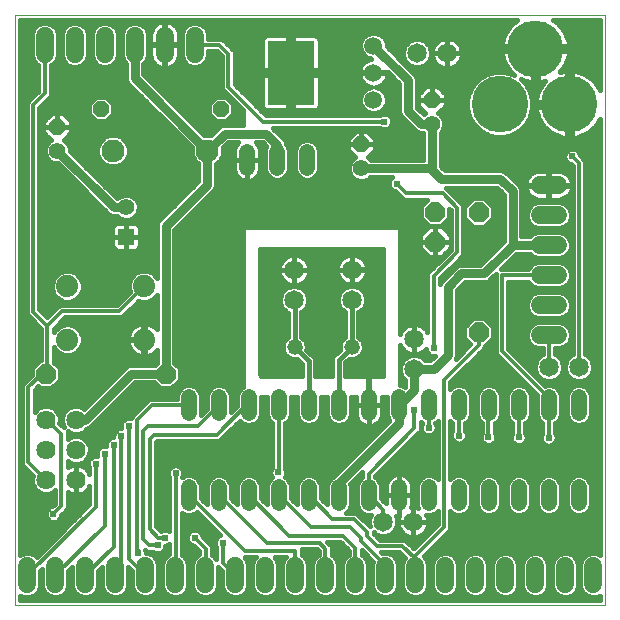
<source format=gtl>
G75*
G70*
%OFA0B0*%
%FSLAX24Y24*%
%IPPOS*%
%LPD*%
%AMOC8*
5,1,8,0,0,1.08239X$1,22.5*
%
%ADD10C,0.0000*%
%ADD11C,0.0520*%
%ADD12C,0.0650*%
%ADD13OC8,0.0660*%
%ADD14C,0.0591*%
%ADD15R,0.1575X0.2126*%
%ADD16OC8,0.0560*%
%ADD17C,0.0560*%
%ADD18C,0.1890*%
%ADD19OC8,0.0520*%
%ADD20C,0.0760*%
%ADD21R,0.0554X0.0554*%
%ADD22C,0.0554*%
%ADD23C,0.0520*%
%ADD24C,0.0640*%
%ADD25C,0.0600*%
%ADD26C,0.0740*%
%ADD27C,0.0160*%
%ADD28C,0.0200*%
%ADD29C,0.0240*%
%ADD30C,0.0300*%
%ADD31C,0.0140*%
D10*
X005221Y001300D02*
X005221Y020985D01*
X024906Y020985D01*
X024906Y001300D01*
X005221Y001300D01*
D11*
X011021Y004710D02*
X011021Y005230D01*
X012021Y005230D02*
X012021Y004710D01*
X013021Y004710D02*
X013021Y005230D01*
X014021Y005230D02*
X014021Y004710D01*
X015021Y004710D02*
X015021Y005230D01*
X016021Y005230D02*
X016021Y004710D01*
X017021Y004710D02*
X017021Y005230D01*
X018021Y005230D02*
X018021Y004710D01*
X019021Y004710D02*
X019021Y005230D01*
X020021Y005230D02*
X020021Y004710D01*
X021021Y004710D02*
X021021Y005230D01*
X022021Y005230D02*
X022021Y004710D01*
X023021Y004710D02*
X023021Y005230D01*
X024021Y005230D02*
X024021Y004710D01*
X024021Y007710D02*
X024021Y008230D01*
X023021Y008230D02*
X023021Y007710D01*
X022021Y007710D02*
X022021Y008230D01*
X021021Y008230D02*
X021021Y007710D01*
X020021Y007710D02*
X020021Y008230D01*
X019021Y008230D02*
X019021Y007710D01*
X018021Y007710D02*
X018021Y008230D01*
X017021Y008230D02*
X017021Y007710D01*
X016021Y007710D02*
X016021Y008230D01*
X015021Y008230D02*
X015021Y007710D01*
X014021Y007710D02*
X014021Y008230D01*
X013021Y008230D02*
X013021Y007710D01*
X012021Y007710D02*
X012021Y008230D01*
X011021Y008230D02*
X011021Y007710D01*
X012962Y015886D02*
X012962Y016406D01*
X013962Y016406D02*
X013962Y015886D01*
X014962Y015886D02*
X014962Y016406D01*
D12*
X018626Y019698D03*
X019626Y019698D03*
X016462Y012488D03*
X016462Y011488D03*
X014537Y011473D03*
X014537Y012473D03*
X018531Y010172D03*
X018531Y009172D03*
X023026Y009245D03*
X024026Y009245D03*
X018503Y004066D03*
X017503Y004066D03*
D13*
X010251Y009013D03*
X006251Y009013D03*
X019236Y013415D03*
X019236Y014415D03*
X020681Y014392D03*
X020681Y010392D03*
D14*
X017177Y018144D03*
X017177Y019049D03*
X017177Y019955D03*
D15*
X014421Y019049D03*
D16*
X016775Y016662D03*
X019122Y018143D03*
X006637Y017246D03*
D17*
X006637Y016446D03*
X016775Y015862D03*
X019122Y017343D03*
D18*
X021388Y018001D03*
X022569Y019851D03*
X023711Y018001D03*
D19*
X012091Y017830D03*
X008091Y017830D03*
D20*
X008496Y016451D03*
X011645Y016451D03*
D21*
X008932Y013581D03*
D22*
X008932Y014565D03*
D23*
X014548Y009910D03*
X016448Y009910D03*
D24*
X007255Y007480D03*
X007255Y006480D03*
X006255Y006480D03*
X006255Y007480D03*
X006255Y005480D03*
X007255Y005480D03*
D25*
X007571Y002600D02*
X007571Y002000D01*
X008571Y002000D02*
X008571Y002600D01*
X009571Y002600D02*
X009571Y002000D01*
X010571Y002000D02*
X010571Y002600D01*
X011571Y002600D02*
X011571Y002000D01*
X012571Y002000D02*
X012571Y002600D01*
X013571Y002600D02*
X013571Y002000D01*
X014571Y002000D02*
X014571Y002600D01*
X015571Y002600D02*
X015571Y002000D01*
X016571Y002000D02*
X016571Y002600D01*
X017571Y002600D02*
X017571Y002000D01*
X018571Y002000D02*
X018571Y002600D01*
X019571Y002600D02*
X019571Y002000D01*
X020571Y002000D02*
X020571Y002600D01*
X021571Y002600D02*
X021571Y002000D01*
X022571Y002000D02*
X022571Y002600D01*
X023571Y002600D02*
X023571Y002000D01*
X024506Y002000D02*
X024506Y002600D01*
X023319Y010303D02*
X022719Y010303D01*
X022719Y011303D02*
X023319Y011303D01*
X023319Y012303D02*
X022719Y012303D01*
X022719Y013303D02*
X023319Y013303D01*
X023319Y014303D02*
X022719Y014303D01*
X022719Y015303D02*
X023319Y015303D01*
X011221Y019680D02*
X011221Y020280D01*
X010221Y020280D02*
X010221Y019680D01*
X009221Y019680D02*
X009221Y020280D01*
X008221Y020280D02*
X008221Y019680D01*
X007221Y019680D02*
X007221Y020280D01*
X006221Y020280D02*
X006221Y019680D01*
X006571Y002600D02*
X006571Y002000D01*
X005636Y002000D02*
X005636Y002600D01*
D26*
X006971Y010150D03*
X009531Y010150D03*
X009531Y011930D03*
X006971Y011930D03*
D27*
X007481Y011923D02*
X009021Y011923D01*
X009021Y011829D02*
X009053Y011750D01*
X008624Y011320D01*
X006724Y011320D01*
X006601Y011197D01*
X006311Y010907D01*
X006041Y011177D01*
X006041Y017883D01*
X006431Y018273D01*
X006431Y018447D01*
X006431Y019291D01*
X006470Y019307D01*
X006594Y019431D01*
X006661Y019593D01*
X006661Y020368D01*
X006594Y020529D01*
X006470Y020653D01*
X006308Y020720D01*
X006133Y020720D01*
X005972Y020653D01*
X005848Y020529D01*
X005781Y020368D01*
X005781Y019593D01*
X005848Y019431D01*
X005972Y019307D01*
X006011Y019291D01*
X006011Y018447D01*
X005744Y018180D01*
X005744Y018180D01*
X005621Y018057D01*
X005621Y011177D01*
X005621Y011003D01*
X006101Y010523D01*
X006101Y009483D01*
X006056Y009483D01*
X005781Y009207D01*
X005781Y008977D01*
X005461Y008657D01*
X005461Y008483D01*
X005461Y005977D01*
X005584Y005854D01*
X005816Y005622D01*
X005795Y005571D01*
X005795Y005388D01*
X005865Y005219D01*
X005994Y005090D01*
X006163Y005020D01*
X006346Y005020D01*
X006515Y005090D01*
X006561Y005136D01*
X006561Y004687D01*
X006474Y004600D01*
X006459Y004600D01*
X006364Y004561D01*
X006290Y004487D01*
X006251Y004392D01*
X006251Y004288D01*
X006290Y004193D01*
X006364Y004120D01*
X006459Y004080D01*
X006562Y004080D01*
X006658Y004120D01*
X006731Y004193D01*
X006771Y004288D01*
X006771Y004303D01*
X006858Y004390D01*
X006981Y004513D01*
X006981Y005061D01*
X006993Y005052D01*
X007063Y005017D01*
X007138Y004992D01*
X007215Y004980D01*
X007246Y004980D01*
X007246Y005471D01*
X007263Y005471D01*
X007263Y004980D01*
X007294Y004980D01*
X007372Y004992D01*
X007447Y005017D01*
X007517Y005052D01*
X007580Y005099D01*
X007636Y005154D01*
X007682Y005218D01*
X007711Y005274D01*
X007711Y004672D01*
X005948Y002910D01*
X005885Y002973D01*
X005723Y003040D01*
X005548Y003040D01*
X005401Y002979D01*
X005401Y020805D01*
X012821Y020805D01*
X012821Y018397D01*
X012551Y018667D01*
X012551Y019593D01*
X012551Y019767D01*
X012251Y020067D01*
X012128Y020190D01*
X011661Y020190D01*
X011661Y020368D01*
X011594Y020529D01*
X011470Y020653D01*
X011308Y020720D01*
X011133Y020720D01*
X010972Y020653D01*
X010848Y020529D01*
X010781Y020368D01*
X010781Y019593D01*
X010848Y019431D01*
X010972Y019307D01*
X011133Y019240D01*
X011308Y019240D01*
X011470Y019307D01*
X011594Y019431D01*
X011661Y019593D01*
X011661Y019770D01*
X011954Y019770D01*
X012131Y019593D01*
X012131Y018493D01*
X012254Y018370D01*
X012821Y017803D01*
X012821Y017310D01*
X012157Y017310D01*
X012050Y017266D01*
X011969Y017184D01*
X011753Y016969D01*
X011749Y016971D01*
X011542Y016971D01*
X011537Y016969D01*
X009511Y018995D01*
X009511Y019348D01*
X009594Y019431D01*
X009661Y019593D01*
X009661Y020368D01*
X009594Y020529D01*
X009470Y020653D01*
X009308Y020720D01*
X009133Y020720D01*
X008972Y020653D01*
X008848Y020529D01*
X008781Y020368D01*
X008781Y019593D01*
X008848Y019431D01*
X008931Y019348D01*
X008931Y018933D01*
X008931Y018818D01*
X008975Y018711D01*
X011127Y016559D01*
X011125Y016554D01*
X011125Y016347D01*
X011204Y016156D01*
X011341Y016020D01*
X011341Y015440D01*
X010005Y014105D01*
X009961Y013998D01*
X009961Y013883D01*
X009961Y012221D01*
X009820Y012362D01*
X009632Y012440D01*
X009429Y012440D01*
X009242Y012362D01*
X009098Y012219D01*
X009021Y012032D01*
X009021Y011829D01*
X009048Y011764D02*
X007454Y011764D01*
X007481Y011829D02*
X007403Y011641D01*
X007260Y011498D01*
X007072Y011420D01*
X006869Y011420D01*
X006682Y011498D01*
X006538Y011641D01*
X006461Y011829D01*
X006461Y012032D01*
X006538Y012219D01*
X006682Y012362D01*
X006869Y012440D01*
X007072Y012440D01*
X007260Y012362D01*
X007403Y012219D01*
X007481Y012032D01*
X007481Y011829D01*
X007367Y011605D02*
X008909Y011605D01*
X008751Y011447D02*
X007137Y011447D01*
X006805Y011447D02*
X006041Y011447D01*
X006041Y011605D02*
X006574Y011605D01*
X006488Y011764D02*
X006041Y011764D01*
X006041Y011923D02*
X006461Y011923D01*
X006481Y012081D02*
X006041Y012081D01*
X006041Y012240D02*
X006559Y012240D01*
X006768Y012398D02*
X006041Y012398D01*
X006041Y012557D02*
X009961Y012557D01*
X009961Y012715D02*
X006041Y012715D01*
X006041Y012874D02*
X009961Y012874D01*
X009961Y013032D02*
X006041Y013032D01*
X006041Y013191D02*
X008513Y013191D01*
X008511Y013193D02*
X008545Y013160D01*
X008586Y013136D01*
X008631Y013124D01*
X008924Y013124D01*
X008924Y013572D01*
X008941Y013572D01*
X008941Y013124D01*
X009233Y013124D01*
X009279Y013136D01*
X009320Y013160D01*
X009353Y013193D01*
X009377Y013234D01*
X009389Y013280D01*
X009389Y013572D01*
X008941Y013572D01*
X008941Y013590D01*
X008924Y013590D01*
X008924Y014038D01*
X008631Y014038D01*
X008586Y014026D01*
X008545Y014002D01*
X008511Y013969D01*
X008487Y013928D01*
X008475Y013882D01*
X008475Y013590D01*
X008923Y013590D01*
X008923Y013572D01*
X008475Y013572D01*
X008475Y013280D01*
X008487Y013234D01*
X008511Y013193D01*
X008475Y013349D02*
X006041Y013349D01*
X006041Y013508D02*
X008475Y013508D01*
X008475Y013667D02*
X006041Y013667D01*
X006041Y013825D02*
X008475Y013825D01*
X008526Y013984D02*
X006041Y013984D01*
X006041Y014142D02*
X010043Y014142D01*
X009961Y013984D02*
X009338Y013984D01*
X009353Y013969D02*
X009320Y014002D01*
X009279Y014026D01*
X009233Y014038D01*
X008941Y014038D01*
X008941Y013590D01*
X009389Y013590D01*
X009389Y013882D01*
X009377Y013928D01*
X009353Y013969D01*
X009389Y013825D02*
X009961Y013825D01*
X009961Y013667D02*
X009389Y013667D01*
X009389Y013508D02*
X009961Y013508D01*
X009961Y013349D02*
X009389Y013349D01*
X009351Y013191D02*
X009961Y013191D01*
X010541Y013191D02*
X012821Y013191D01*
X012821Y013349D02*
X010541Y013349D01*
X010541Y013508D02*
X012821Y013508D01*
X012821Y013667D02*
X010541Y013667D01*
X010541Y013820D02*
X011795Y015074D01*
X011877Y015156D01*
X011921Y015262D01*
X011921Y016002D01*
X011940Y016010D01*
X012086Y016156D01*
X012165Y016347D01*
X012165Y016554D01*
X012163Y016559D01*
X012335Y016730D01*
X012663Y016730D01*
X012626Y016693D01*
X012585Y016637D01*
X012554Y016575D01*
X012532Y016509D01*
X012522Y016441D01*
X012522Y016146D01*
X012522Y015851D01*
X012532Y015783D01*
X012554Y015717D01*
X012585Y015656D01*
X012626Y015599D01*
X012675Y015551D01*
X012731Y015510D01*
X012793Y015478D01*
X012821Y015469D01*
X012821Y008580D01*
X012794Y008569D01*
X012682Y008457D01*
X012621Y008310D01*
X012621Y007947D01*
X012421Y007747D01*
X012421Y008310D01*
X012360Y008457D01*
X012247Y008569D01*
X012100Y008630D01*
X011941Y008630D01*
X011794Y008569D01*
X011682Y008457D01*
X011621Y008310D01*
X011621Y007857D01*
X011421Y007657D01*
X011421Y008310D01*
X011360Y008457D01*
X011247Y008569D01*
X011100Y008630D01*
X010941Y008630D01*
X010794Y008569D01*
X010682Y008457D01*
X010621Y008310D01*
X010621Y008180D01*
X009878Y008180D01*
X009704Y008180D01*
X009204Y007680D01*
X009081Y007557D01*
X009081Y007537D01*
X009072Y007540D01*
X008969Y007540D01*
X008874Y007501D01*
X008800Y007427D01*
X008761Y007332D01*
X008761Y007228D01*
X008773Y007200D01*
X008719Y007200D01*
X008624Y007161D01*
X008550Y007087D01*
X008511Y006992D01*
X008511Y006900D01*
X008469Y006900D01*
X008374Y006861D01*
X008300Y006787D01*
X008261Y006692D01*
X008261Y006610D01*
X008169Y006610D01*
X008074Y006571D01*
X008000Y006497D01*
X007961Y006402D01*
X007961Y006298D01*
X007968Y006280D01*
X007869Y006280D01*
X007774Y006241D01*
X007700Y006167D01*
X007661Y006072D01*
X007661Y005968D01*
X007700Y005873D01*
X007711Y005862D01*
X007711Y005686D01*
X007682Y005742D01*
X007636Y005806D01*
X007580Y005861D01*
X007517Y005908D01*
X007447Y005943D01*
X007372Y005968D01*
X007294Y005980D01*
X007263Y005980D01*
X007263Y005489D01*
X007246Y005489D01*
X007246Y005980D01*
X007215Y005980D01*
X007138Y005968D01*
X007063Y005943D01*
X006993Y005908D01*
X006981Y005899D01*
X006981Y006103D01*
X006994Y006090D01*
X007163Y006020D01*
X007346Y006020D01*
X007515Y006090D01*
X007645Y006219D01*
X007715Y006388D01*
X007715Y006571D01*
X007645Y006740D01*
X007515Y006870D01*
X007346Y006940D01*
X007163Y006940D01*
X006994Y006870D01*
X006981Y006856D01*
X006981Y006933D01*
X006981Y007103D01*
X006994Y007090D01*
X007163Y007020D01*
X007346Y007020D01*
X007515Y007090D01*
X007615Y007190D01*
X007628Y007190D01*
X007735Y007234D01*
X009231Y008730D01*
X009869Y008730D01*
X010056Y008543D01*
X010446Y008543D01*
X010721Y008818D01*
X010721Y009207D01*
X010541Y009387D01*
X010541Y013820D01*
X010546Y013825D02*
X012821Y013825D01*
X012851Y013900D02*
X012851Y015459D01*
X012859Y015457D01*
X012927Y015446D01*
X012961Y015446D01*
X012961Y016146D01*
X012962Y016146D01*
X012962Y016146D01*
X013402Y016146D01*
X013402Y015851D01*
X013391Y015783D01*
X013369Y015717D01*
X013338Y015656D01*
X013297Y015599D01*
X013248Y015551D01*
X013192Y015510D01*
X013130Y015478D01*
X013065Y015457D01*
X012996Y015446D01*
X012962Y015446D01*
X012962Y016146D01*
X013402Y016146D01*
X013402Y016441D01*
X013391Y016509D01*
X013369Y016575D01*
X013338Y016637D01*
X013297Y016693D01*
X013260Y016730D01*
X013481Y016730D01*
X013609Y016601D01*
X013562Y016486D01*
X013562Y015807D01*
X013622Y015660D01*
X013735Y015547D01*
X013882Y015486D01*
X014041Y015486D01*
X014188Y015547D01*
X014301Y015660D01*
X014362Y015807D01*
X014362Y016486D01*
X014301Y016633D01*
X014261Y016673D01*
X014261Y016708D01*
X014217Y016814D01*
X014135Y016896D01*
X013821Y017210D01*
X017383Y017210D01*
X017394Y017200D01*
X017489Y017160D01*
X017592Y017160D01*
X017688Y017200D01*
X017761Y017273D01*
X017801Y017368D01*
X017801Y017472D01*
X017761Y017567D01*
X017688Y017641D01*
X017592Y017680D01*
X017489Y017680D01*
X017394Y017641D01*
X017383Y017630D01*
X013588Y017630D01*
X012851Y018367D01*
X012851Y020805D01*
X021973Y020805D01*
X021917Y020770D01*
X021818Y020691D01*
X021729Y020602D01*
X021650Y020503D01*
X021583Y020396D01*
X021528Y020282D01*
X021486Y020163D01*
X021458Y020040D01*
X021446Y019931D01*
X022489Y019931D01*
X022489Y019771D01*
X022649Y019771D01*
X022649Y018728D01*
X022758Y018741D01*
X022881Y018769D01*
X022891Y018772D01*
X022870Y018752D01*
X022792Y018653D01*
X022724Y018546D01*
X022670Y018432D01*
X022628Y018313D01*
X022600Y018190D01*
X022588Y018081D01*
X023630Y018081D01*
X023630Y017921D01*
X022588Y017921D01*
X022600Y017812D01*
X022628Y017689D01*
X022670Y017570D01*
X022724Y017456D01*
X022792Y017349D01*
X022870Y017250D01*
X022960Y017161D01*
X023059Y017082D01*
X023166Y017015D01*
X023279Y016960D01*
X023399Y016918D01*
X023522Y016890D01*
X023631Y016878D01*
X023631Y017921D01*
X023790Y017921D01*
X023790Y016878D01*
X023899Y016890D01*
X024022Y016918D01*
X024142Y016960D01*
X024256Y017015D01*
X024362Y017082D01*
X024461Y017161D01*
X024551Y017250D01*
X024629Y017349D01*
X024697Y017456D01*
X024726Y017517D01*
X024726Y002985D01*
X024593Y003040D01*
X024418Y003040D01*
X024257Y002973D01*
X024133Y002849D01*
X024066Y002688D01*
X024066Y001913D01*
X024133Y001751D01*
X024257Y001627D01*
X024418Y001560D01*
X024593Y001560D01*
X024726Y001615D01*
X024726Y001480D01*
X005401Y001480D01*
X005401Y001621D01*
X005548Y001560D01*
X005723Y001560D01*
X005885Y001627D01*
X006009Y001751D01*
X006076Y001913D01*
X006076Y002443D01*
X006131Y002498D01*
X006131Y001913D01*
X006198Y001751D01*
X006322Y001627D01*
X006483Y001560D01*
X006658Y001560D01*
X006820Y001627D01*
X006944Y001751D01*
X007011Y001913D01*
X007011Y002443D01*
X007131Y002563D01*
X007131Y001913D01*
X007198Y001751D01*
X007322Y001627D01*
X007483Y001560D01*
X007658Y001560D01*
X007820Y001627D01*
X007944Y001751D01*
X008011Y001913D01*
X008011Y002443D01*
X008131Y002563D01*
X008131Y001913D01*
X008198Y001751D01*
X008322Y001627D01*
X008483Y001560D01*
X008658Y001560D01*
X008820Y001627D01*
X008944Y001751D01*
X009011Y001913D01*
X009011Y002563D01*
X009131Y002443D01*
X009131Y001913D01*
X009198Y001751D01*
X009322Y001627D01*
X009483Y001560D01*
X009658Y001560D01*
X009820Y001627D01*
X009944Y001751D01*
X010011Y001913D01*
X010011Y002688D01*
X009944Y002849D01*
X009820Y002973D01*
X009658Y003040D01*
X009581Y003040D01*
X009581Y003102D01*
X009566Y003138D01*
X009614Y003090D01*
X009823Y003090D01*
X009834Y003080D01*
X009929Y003040D01*
X010032Y003040D01*
X010128Y003080D01*
X010201Y003153D01*
X010241Y003248D01*
X010241Y003290D01*
X010272Y003290D01*
X010368Y003330D01*
X010371Y003333D01*
X010371Y002994D01*
X010322Y002973D01*
X010198Y002849D01*
X010131Y002688D01*
X010131Y001913D01*
X010198Y001751D01*
X010322Y001627D01*
X010483Y001560D01*
X010658Y001560D01*
X010820Y001627D01*
X010944Y001751D01*
X011011Y001913D01*
X011011Y002688D01*
X010944Y002849D01*
X010820Y002973D01*
X010791Y002985D01*
X010791Y004375D01*
X010794Y004371D01*
X010941Y004310D01*
X011100Y004310D01*
X011247Y004371D01*
X011285Y004409D01*
X012060Y003634D01*
X012004Y003611D01*
X011930Y003537D01*
X011891Y003442D01*
X011891Y003338D01*
X011930Y003243D01*
X011941Y003232D01*
X011941Y002852D01*
X011820Y002973D01*
X011791Y002985D01*
X011791Y003103D01*
X011791Y003277D01*
X011481Y003587D01*
X011481Y003602D01*
X011441Y003697D01*
X011368Y003771D01*
X011272Y003810D01*
X011169Y003810D01*
X011074Y003771D01*
X011000Y003697D01*
X010961Y003602D01*
X010961Y003498D01*
X011000Y003403D01*
X011074Y003330D01*
X011169Y003290D01*
X011184Y003290D01*
X011371Y003103D01*
X011371Y002994D01*
X011322Y002973D01*
X011198Y002849D01*
X011131Y002688D01*
X011131Y001913D01*
X011198Y001751D01*
X011322Y001627D01*
X011483Y001560D01*
X011658Y001560D01*
X011820Y001627D01*
X011944Y001751D01*
X012011Y001913D01*
X012011Y002563D01*
X012131Y002443D01*
X012131Y001913D01*
X012198Y001751D01*
X012322Y001627D01*
X012483Y001560D01*
X012658Y001560D01*
X012820Y001627D01*
X012944Y001751D01*
X013011Y001913D01*
X013011Y002688D01*
X012944Y002849D01*
X012893Y002900D01*
X013249Y002900D01*
X013198Y002849D01*
X013131Y002688D01*
X013131Y001913D01*
X013198Y001751D01*
X013322Y001627D01*
X013483Y001560D01*
X013658Y001560D01*
X013820Y001627D01*
X013944Y001751D01*
X014011Y001913D01*
X014011Y002688D01*
X013944Y002849D01*
X013893Y002900D01*
X014249Y002900D01*
X014198Y002849D01*
X014131Y002688D01*
X014131Y001913D01*
X014198Y001751D01*
X014322Y001627D01*
X014483Y001560D01*
X014658Y001560D01*
X014820Y001627D01*
X014944Y001751D01*
X015011Y001913D01*
X015011Y002688D01*
X014944Y002849D01*
X014820Y002973D01*
X014781Y002989D01*
X014781Y003160D01*
X015294Y003160D01*
X015361Y003093D01*
X015361Y002989D01*
X015322Y002973D01*
X015198Y002849D01*
X015131Y002688D01*
X015131Y001913D01*
X015198Y001751D01*
X015322Y001627D01*
X015483Y001560D01*
X015658Y001560D01*
X015820Y001627D01*
X015944Y001751D01*
X016011Y001913D01*
X016011Y002688D01*
X015944Y002849D01*
X015820Y002973D01*
X015781Y002989D01*
X015781Y003267D01*
X015658Y003390D01*
X015638Y003410D01*
X016074Y003410D01*
X016361Y003123D01*
X016361Y002989D01*
X016322Y002973D01*
X016198Y002849D01*
X016131Y002688D01*
X016131Y001913D01*
X016198Y001751D01*
X016322Y001627D01*
X016483Y001560D01*
X016658Y001560D01*
X016820Y001627D01*
X016944Y001751D01*
X017011Y001913D01*
X017011Y002688D01*
X016944Y002849D01*
X016820Y002973D01*
X016781Y002989D01*
X016781Y003133D01*
X017159Y002755D01*
X017131Y002688D01*
X017131Y001913D01*
X017198Y001751D01*
X017322Y001627D01*
X017483Y001560D01*
X017658Y001560D01*
X017820Y001627D01*
X017944Y001751D01*
X018011Y001913D01*
X018011Y002688D01*
X017944Y002849D01*
X017820Y002973D01*
X017658Y003040D01*
X017483Y003040D01*
X017472Y003036D01*
X017438Y003070D01*
X018044Y003070D01*
X018231Y002883D01*
X018198Y002849D01*
X018131Y002688D01*
X018131Y001913D01*
X018198Y001751D01*
X018322Y001627D01*
X018483Y001560D01*
X018658Y001560D01*
X018820Y001627D01*
X018944Y001751D01*
X019011Y001913D01*
X019011Y002688D01*
X018944Y002849D01*
X018855Y002938D01*
X019741Y003823D01*
X019741Y003997D01*
X019741Y004425D01*
X019794Y004371D01*
X019941Y004310D01*
X020100Y004310D01*
X020247Y004371D01*
X020360Y004484D01*
X020421Y004631D01*
X020421Y005310D01*
X020360Y005457D01*
X020247Y005569D01*
X020100Y005630D01*
X019941Y005630D01*
X019794Y005569D01*
X019741Y005516D01*
X019741Y007425D01*
X019794Y007371D01*
X019811Y007364D01*
X019811Y007098D01*
X019810Y007097D01*
X019771Y007002D01*
X019771Y006898D01*
X019810Y006803D01*
X019884Y006730D01*
X019884Y006729D01*
X019885Y006728D01*
X019894Y006725D01*
X019919Y006715D01*
X019934Y006700D01*
X019955Y006700D01*
X019979Y006690D01*
X020035Y006690D01*
X020054Y006685D01*
X020062Y006690D01*
X020082Y006690D01*
X020107Y006700D01*
X020108Y006700D01*
X020109Y006701D01*
X020178Y006730D01*
X020251Y006803D01*
X020291Y006898D01*
X020291Y007002D01*
X020251Y007097D01*
X020231Y007118D01*
X020231Y007364D01*
X020247Y007371D01*
X020360Y007484D01*
X020421Y007631D01*
X020421Y008310D01*
X020360Y008457D01*
X020247Y008569D01*
X020100Y008630D01*
X019941Y008630D01*
X019794Y008569D01*
X019741Y008516D01*
X019741Y008733D01*
X020891Y009884D01*
X020891Y009937D01*
X021151Y010197D01*
X021151Y010586D01*
X020876Y010862D01*
X020487Y010862D01*
X020211Y010586D01*
X020211Y010197D01*
X020411Y009997D01*
X019929Y009515D01*
X019961Y009592D01*
X019961Y011800D01*
X020231Y012070D01*
X020918Y012070D01*
X021025Y012114D01*
X021107Y012196D01*
X021251Y012340D01*
X021251Y012213D01*
X021251Y009683D01*
X021374Y009560D01*
X022622Y008312D01*
X022621Y008310D01*
X022621Y007631D01*
X022682Y007484D01*
X022794Y007371D01*
X022811Y007364D01*
X022811Y007038D01*
X022800Y007027D01*
X022761Y006932D01*
X022761Y006828D01*
X022800Y006733D01*
X022874Y006660D01*
X022969Y006620D01*
X023072Y006620D01*
X023168Y006660D01*
X023241Y006733D01*
X023281Y006828D01*
X023281Y006932D01*
X023241Y007027D01*
X023231Y007038D01*
X023231Y007364D01*
X023247Y007371D01*
X023360Y007484D01*
X023421Y007631D01*
X023421Y008310D01*
X023360Y008457D01*
X023247Y008569D01*
X023100Y008630D01*
X022941Y008630D01*
X022910Y008617D01*
X021671Y009857D01*
X021671Y012090D01*
X022331Y012090D01*
X022346Y012054D01*
X022469Y011930D01*
X022631Y011863D01*
X023406Y011863D01*
X023568Y011930D01*
X023692Y012054D01*
X023759Y012215D01*
X023759Y012390D01*
X023692Y012552D01*
X023568Y012676D01*
X023406Y012743D01*
X022631Y012743D01*
X022469Y012676D01*
X022346Y012552D01*
X022328Y012510D01*
X021421Y012510D01*
X021924Y013013D01*
X022386Y013013D01*
X022469Y012930D01*
X022631Y012863D01*
X023406Y012863D01*
X023568Y012930D01*
X023692Y013054D01*
X023759Y013215D01*
X023759Y013390D01*
X023692Y013552D01*
X023568Y013676D01*
X023406Y013743D01*
X022631Y013743D01*
X022469Y013676D01*
X022386Y013593D01*
X022111Y013593D01*
X022111Y015042D01*
X022111Y015158D01*
X022067Y015264D01*
X021657Y015674D01*
X021657Y015674D01*
X021575Y015756D01*
X021468Y015800D01*
X019561Y015800D01*
X019412Y015949D01*
X019412Y017039D01*
X019478Y017105D01*
X019542Y017259D01*
X019542Y017427D01*
X019478Y017581D01*
X019360Y017699D01*
X019338Y017708D01*
X019582Y017952D01*
X019582Y018143D01*
X019582Y018334D01*
X019312Y018603D01*
X019122Y018603D01*
X019122Y018143D01*
X019582Y018143D01*
X019122Y018143D01*
X019122Y018143D01*
X019122Y018143D01*
X019122Y018603D01*
X018931Y018603D01*
X018662Y018334D01*
X018662Y018143D01*
X019121Y018143D01*
X019121Y018143D01*
X018662Y018143D01*
X018662Y017952D01*
X018906Y017708D01*
X018884Y017699D01*
X018848Y017663D01*
X018621Y017890D01*
X018621Y018859D01*
X018577Y018965D01*
X018495Y019047D01*
X017612Y019930D01*
X017612Y020041D01*
X017546Y020201D01*
X017423Y020324D01*
X017263Y020390D01*
X017090Y020390D01*
X016930Y020324D01*
X016808Y020201D01*
X016742Y020041D01*
X016742Y019868D01*
X016808Y019708D01*
X016930Y019586D01*
X017090Y019520D01*
X017108Y019520D01*
X017066Y019513D01*
X016994Y019490D01*
X016928Y019456D01*
X016867Y019412D01*
X016814Y019359D01*
X016770Y019298D01*
X016736Y019232D01*
X016713Y019161D01*
X016702Y019087D01*
X016702Y019063D01*
X017163Y019063D01*
X017163Y019036D01*
X016702Y019036D01*
X016702Y019012D01*
X016713Y018938D01*
X016736Y018867D01*
X016770Y018800D01*
X016814Y018740D01*
X015388Y018740D01*
X015388Y018898D02*
X016726Y018898D01*
X016814Y018740D02*
X016867Y018687D01*
X016928Y018643D01*
X016994Y018609D01*
X017066Y018586D01*
X017108Y018579D01*
X017090Y018579D01*
X016930Y018513D01*
X016808Y018390D01*
X016742Y018230D01*
X016742Y018057D01*
X016808Y017897D01*
X016930Y017775D01*
X017090Y017709D01*
X017263Y017709D01*
X017423Y017775D01*
X017546Y017897D01*
X017612Y018057D01*
X017612Y018230D01*
X017546Y018390D01*
X017423Y018513D01*
X017263Y018579D01*
X017246Y018579D01*
X017288Y018586D01*
X017359Y018609D01*
X017426Y018643D01*
X017486Y018687D01*
X017539Y018740D01*
X017583Y018800D01*
X017617Y018867D01*
X017640Y018938D01*
X017652Y019012D01*
X017652Y019036D01*
X017191Y019036D01*
X017191Y019063D01*
X017652Y019063D01*
X017652Y019070D01*
X018041Y018681D01*
X018041Y017828D01*
X018041Y017712D01*
X018085Y017606D01*
X018512Y017179D01*
X018594Y017097D01*
X018700Y017053D01*
X018818Y017053D01*
X018832Y017039D01*
X018832Y016152D01*
X017079Y016152D01*
X017013Y016218D01*
X016991Y016227D01*
X017235Y016471D01*
X017235Y016661D01*
X016775Y016661D01*
X016775Y016662D01*
X016775Y016662D01*
X016775Y017122D01*
X016965Y017122D01*
X017235Y016852D01*
X017235Y016662D01*
X016775Y016662D01*
X016775Y017122D01*
X016584Y017122D01*
X016315Y016852D01*
X016315Y016662D01*
X016775Y016662D01*
X016775Y016661D01*
X016315Y016661D01*
X016315Y016471D01*
X016559Y016227D01*
X016537Y016218D01*
X016419Y016099D01*
X016355Y015945D01*
X016355Y015778D01*
X016419Y015624D01*
X016537Y015506D01*
X016691Y015442D01*
X016859Y015442D01*
X017013Y015506D01*
X017079Y015572D01*
X017806Y015572D01*
X017804Y015571D01*
X017730Y015497D01*
X017691Y015402D01*
X017691Y015298D01*
X017730Y015203D01*
X017804Y015130D01*
X017899Y015090D01*
X017914Y015090D01*
X018184Y014820D01*
X018358Y014820D01*
X018976Y014820D01*
X018766Y014610D01*
X018766Y014221D01*
X019041Y013945D01*
X019431Y013945D01*
X019706Y014221D01*
X019706Y014508D01*
X019751Y014463D01*
X019751Y013147D01*
X018971Y012367D01*
X018971Y012193D01*
X018971Y010422D01*
X018963Y010437D01*
X018917Y010501D01*
X018860Y010557D01*
X018796Y010604D01*
X018725Y010640D01*
X018650Y010665D01*
X018571Y010677D01*
X018532Y010677D01*
X018532Y010173D01*
X018531Y010173D01*
X018531Y010677D01*
X018492Y010677D01*
X018413Y010665D01*
X018338Y010640D01*
X018267Y010604D01*
X018202Y010557D01*
X018146Y010501D01*
X018100Y010437D01*
X018064Y010366D01*
X018061Y010357D01*
X018061Y013900D01*
X012851Y013900D01*
X012851Y013984D02*
X019003Y013984D01*
X019025Y013925D02*
X018726Y013627D01*
X018726Y013416D01*
X019236Y013416D01*
X019236Y013416D01*
X019236Y013925D01*
X019447Y013925D01*
X019746Y013627D01*
X019746Y013416D01*
X019236Y013416D01*
X019236Y013925D01*
X019025Y013925D01*
X018924Y013825D02*
X018061Y013825D01*
X018061Y013667D02*
X018766Y013667D01*
X018726Y013508D02*
X018061Y013508D01*
X018061Y013349D02*
X018726Y013349D01*
X018726Y013415D02*
X018726Y013204D01*
X019025Y012905D01*
X019236Y012905D01*
X019447Y012905D01*
X019746Y013204D01*
X019746Y013415D01*
X019236Y013415D01*
X019236Y012905D01*
X019236Y013415D01*
X019236Y013415D01*
X019236Y013416D01*
X019236Y013415D01*
X018726Y013415D01*
X018739Y013191D02*
X018061Y013191D01*
X018061Y013032D02*
X018898Y013032D01*
X019236Y013032D02*
X019236Y013032D01*
X019236Y013191D02*
X019236Y013191D01*
X019236Y013349D02*
X019236Y013349D01*
X019236Y013508D02*
X019236Y013508D01*
X019236Y013667D02*
X019236Y013667D01*
X019236Y013825D02*
X019236Y013825D01*
X019469Y013984D02*
X019751Y013984D01*
X019751Y014142D02*
X019627Y014142D01*
X019706Y014301D02*
X019751Y014301D01*
X019751Y014459D02*
X019706Y014459D01*
X020032Y014776D02*
X020401Y014776D01*
X020487Y014862D02*
X020211Y014586D01*
X020211Y014197D01*
X020487Y013922D01*
X020876Y013922D01*
X021151Y014197D01*
X021151Y014586D01*
X020876Y014862D01*
X020487Y014862D01*
X020243Y014618D02*
X020171Y014618D01*
X020171Y014637D02*
X019691Y015117D01*
X019588Y015220D01*
X021291Y015220D01*
X021531Y014980D01*
X021531Y013440D01*
X020741Y012650D01*
X020053Y012650D01*
X019946Y012606D01*
X019865Y012524D01*
X019425Y012084D01*
X019391Y012002D01*
X019391Y012193D01*
X020048Y012850D01*
X020171Y012973D01*
X020171Y014463D01*
X020171Y014637D01*
X020171Y014459D02*
X020211Y014459D01*
X020211Y014301D02*
X020171Y014301D01*
X020171Y014142D02*
X020266Y014142D01*
X020171Y013984D02*
X020425Y013984D01*
X020171Y013825D02*
X021531Y013825D01*
X021531Y013667D02*
X020171Y013667D01*
X020171Y013508D02*
X021531Y013508D01*
X021440Y013349D02*
X020171Y013349D01*
X020171Y013191D02*
X021281Y013191D01*
X021123Y013032D02*
X020171Y013032D01*
X020071Y012874D02*
X020964Y012874D01*
X020806Y012715D02*
X019913Y012715D01*
X019897Y012557D02*
X019754Y012557D01*
X019739Y012398D02*
X019596Y012398D01*
X019580Y012240D02*
X019437Y012240D01*
X019424Y012081D02*
X019391Y012081D01*
X018971Y012081D02*
X018061Y012081D01*
X018061Y011923D02*
X018971Y011923D01*
X018971Y011764D02*
X018061Y011764D01*
X018061Y011605D02*
X018971Y011605D01*
X018971Y011447D02*
X018061Y011447D01*
X018061Y011288D02*
X018971Y011288D01*
X018971Y011130D02*
X018061Y011130D01*
X018061Y010971D02*
X018971Y010971D01*
X018971Y010813D02*
X018061Y010813D01*
X018061Y010654D02*
X018381Y010654D01*
X018531Y010654D02*
X018532Y010654D01*
X018682Y010654D02*
X018971Y010654D01*
X018971Y010496D02*
X018921Y010496D01*
X018532Y010496D02*
X018531Y010496D01*
X018531Y010337D02*
X018532Y010337D01*
X018531Y010179D02*
X018532Y010179D01*
X018532Y010172D02*
X018532Y009667D01*
X018571Y009667D01*
X018650Y009680D01*
X018725Y009704D01*
X018796Y009740D01*
X018860Y009787D01*
X018917Y009843D01*
X018921Y009849D01*
X018921Y009818D01*
X018960Y009723D01*
X019034Y009650D01*
X019129Y009610D01*
X019221Y009610D01*
X019073Y009462D01*
X018899Y009462D01*
X018795Y009566D01*
X018624Y009637D01*
X018439Y009637D01*
X018268Y009566D01*
X018137Y009436D01*
X018066Y009265D01*
X018066Y009080D01*
X018137Y008909D01*
X018241Y008805D01*
X018241Y008601D01*
X018221Y008580D01*
X018100Y008630D01*
X018061Y008630D01*
X018061Y009987D01*
X018064Y009978D01*
X018100Y009907D01*
X018146Y009843D01*
X018202Y009787D01*
X018267Y009740D01*
X018338Y009704D01*
X018413Y009680D01*
X018492Y009667D01*
X018531Y009667D01*
X018531Y010172D01*
X018532Y010172D01*
X018531Y010020D02*
X018532Y010020D01*
X018531Y009861D02*
X018532Y009861D01*
X018531Y009703D02*
X018532Y009703D01*
X018722Y009703D02*
X018980Y009703D01*
X018817Y009544D02*
X019155Y009544D01*
X018341Y009703D02*
X018061Y009703D01*
X018061Y009861D02*
X018133Y009861D01*
X018061Y009544D02*
X018246Y009544D01*
X018117Y009386D02*
X018061Y009386D01*
X018061Y009227D02*
X018066Y009227D01*
X018061Y009069D02*
X018071Y009069D01*
X018061Y008910D02*
X018137Y008910D01*
X018061Y008752D02*
X018241Y008752D01*
X018234Y008593D02*
X018190Y008593D01*
X017621Y008240D02*
X017621Y007631D01*
X017682Y007484D01*
X017708Y007457D01*
X015838Y005587D01*
X015794Y005569D01*
X015682Y005457D01*
X015621Y005310D01*
X015621Y004667D01*
X015421Y004867D01*
X015421Y005310D01*
X015360Y005457D01*
X015247Y005569D01*
X015100Y005630D01*
X014941Y005630D01*
X014794Y005569D01*
X014682Y005457D01*
X014621Y005310D01*
X014621Y004667D01*
X014421Y004867D01*
X014421Y005310D01*
X014360Y005457D01*
X014247Y005569D01*
X014219Y005581D01*
X014221Y005583D01*
X014261Y005678D01*
X014261Y005782D01*
X014231Y005854D01*
X014231Y007364D01*
X014247Y007371D01*
X014360Y007484D01*
X014421Y007631D01*
X014421Y008240D01*
X014621Y008240D01*
X014621Y007631D01*
X014682Y007484D01*
X014794Y007371D01*
X014941Y007310D01*
X015100Y007310D01*
X015247Y007371D01*
X015360Y007484D01*
X015421Y007631D01*
X015421Y008240D01*
X015621Y008240D01*
X015621Y007631D01*
X015682Y007484D01*
X015794Y007371D01*
X015941Y007310D01*
X016100Y007310D01*
X016247Y007371D01*
X016360Y007484D01*
X016421Y007631D01*
X016421Y008240D01*
X016581Y008240D01*
X016581Y007970D01*
X016581Y007676D01*
X016592Y007607D01*
X016613Y007541D01*
X016644Y007480D01*
X016685Y007424D01*
X016734Y007375D01*
X016790Y007334D01*
X016852Y007302D01*
X016918Y007281D01*
X016986Y007270D01*
X017021Y007270D01*
X017055Y007270D01*
X017124Y007281D01*
X017190Y007302D01*
X017251Y007334D01*
X017307Y007375D01*
X017356Y007424D01*
X017397Y007480D01*
X017429Y007541D01*
X017450Y007607D01*
X017461Y007676D01*
X017461Y007970D01*
X017021Y007970D01*
X017021Y007970D01*
X017021Y007270D01*
X017021Y007970D01*
X017021Y007970D01*
X017461Y007970D01*
X017461Y008240D01*
X017621Y008240D01*
X017621Y008118D02*
X017461Y008118D01*
X017461Y007959D02*
X017621Y007959D01*
X017621Y007800D02*
X017461Y007800D01*
X017455Y007642D02*
X017621Y007642D01*
X017682Y007483D02*
X017399Y007483D01*
X017234Y007325D02*
X017575Y007325D01*
X017417Y007166D02*
X014231Y007166D01*
X014231Y007008D02*
X017258Y007008D01*
X017100Y006849D02*
X014231Y006849D01*
X014231Y006691D02*
X016941Y006691D01*
X016783Y006532D02*
X014231Y006532D01*
X014231Y006374D02*
X016624Y006374D01*
X016466Y006215D02*
X014231Y006215D01*
X014231Y006056D02*
X016307Y006056D01*
X016148Y005898D02*
X014231Y005898D01*
X014261Y005739D02*
X015990Y005739D01*
X015822Y005581D02*
X015219Y005581D01*
X015374Y005422D02*
X015667Y005422D01*
X015621Y005264D02*
X015421Y005264D01*
X015421Y005105D02*
X015621Y005105D01*
X015621Y004947D02*
X015421Y004947D01*
X015500Y004788D02*
X015621Y004788D01*
X016266Y004390D02*
X016360Y004484D01*
X016421Y004631D01*
X016421Y005310D01*
X016409Y005338D01*
X016811Y005740D01*
X016811Y005603D01*
X016811Y005576D01*
X016794Y005569D01*
X016682Y005457D01*
X016621Y005310D01*
X016621Y004631D01*
X016682Y004484D01*
X016794Y004371D01*
X016941Y004310D01*
X017100Y004310D01*
X017101Y004310D01*
X017038Y004158D01*
X017038Y003973D01*
X017047Y003950D01*
X016608Y004390D01*
X016434Y004390D01*
X016266Y004390D01*
X016347Y004471D02*
X016694Y004471D01*
X016685Y004312D02*
X016936Y004312D01*
X016844Y004154D02*
X017038Y004154D01*
X017038Y003995D02*
X017002Y003995D01*
X017181Y003730D02*
X017239Y003672D01*
X017410Y003601D01*
X017595Y003601D01*
X017766Y003672D01*
X017897Y003802D01*
X017968Y003973D01*
X017968Y004158D01*
X017917Y004281D01*
X017918Y004281D01*
X017986Y004270D01*
X018021Y004270D01*
X018040Y004270D01*
X018035Y004260D01*
X018010Y004184D01*
X017998Y004105D01*
X017998Y004066D01*
X018502Y004066D01*
X018502Y004066D01*
X017998Y004066D01*
X017998Y004026D01*
X018010Y003947D01*
X018035Y003872D01*
X018071Y003801D01*
X018118Y003737D01*
X018174Y003681D01*
X018238Y003634D01*
X018309Y003598D01*
X018385Y003573D01*
X018463Y003561D01*
X018503Y003561D01*
X018543Y003561D01*
X018621Y003573D01*
X018697Y003598D01*
X018768Y003634D01*
X018832Y003681D01*
X018888Y003737D01*
X018935Y003801D01*
X018971Y003872D01*
X018995Y003947D01*
X019008Y004026D01*
X019008Y004066D01*
X019008Y004105D01*
X018995Y004184D01*
X018971Y004260D01*
X018945Y004310D01*
X019100Y004310D01*
X019247Y004371D01*
X019321Y004445D01*
X019321Y003997D01*
X018516Y003192D01*
X018218Y003490D01*
X018044Y003490D01*
X017388Y003490D01*
X017181Y003697D01*
X017181Y003730D01*
X017200Y003678D02*
X017233Y003678D01*
X017358Y003520D02*
X018843Y003520D01*
X018829Y003678D02*
X019002Y003678D01*
X018953Y003837D02*
X019161Y003837D01*
X019003Y003995D02*
X019319Y003995D01*
X019321Y004154D02*
X019000Y004154D01*
X019008Y004066D02*
X018503Y004066D01*
X018503Y004066D01*
X018503Y004571D01*
X018543Y004571D01*
X018621Y004558D01*
X018655Y004547D01*
X018621Y004631D01*
X018621Y005310D01*
X018682Y005457D01*
X018794Y005569D01*
X018941Y005630D01*
X019100Y005630D01*
X019247Y005569D01*
X019321Y005496D01*
X019321Y007445D01*
X019247Y007371D01*
X019240Y007368D01*
X019241Y007367D01*
X019281Y007272D01*
X019281Y007168D01*
X019241Y007073D01*
X019168Y007000D01*
X019072Y006960D01*
X018969Y006960D01*
X018874Y007000D01*
X018800Y007073D01*
X018761Y007168D01*
X018761Y007272D01*
X018800Y007367D01*
X018801Y007368D01*
X018794Y007371D01*
X018751Y007415D01*
X018751Y007123D01*
X018628Y007000D01*
X017231Y005603D01*
X017231Y005576D01*
X017247Y005569D01*
X017360Y005457D01*
X017421Y005310D01*
X017421Y004867D01*
X017581Y004707D01*
X017581Y004970D01*
X018020Y004970D01*
X018020Y004970D01*
X017581Y004970D01*
X017581Y005265D01*
X017592Y005333D01*
X017613Y005399D01*
X017644Y005461D01*
X017685Y005517D01*
X017734Y005566D01*
X017790Y005606D01*
X017852Y005638D01*
X017918Y005659D01*
X017986Y005670D01*
X018021Y005670D01*
X018021Y004971D01*
X018021Y004971D01*
X018021Y005670D01*
X018055Y005670D01*
X018124Y005659D01*
X018190Y005638D01*
X018251Y005606D01*
X018307Y005566D01*
X018356Y005517D01*
X018397Y005461D01*
X018429Y005399D01*
X018450Y005333D01*
X018461Y005265D01*
X018461Y004970D01*
X018021Y004970D01*
X018021Y004970D01*
X018021Y004270D01*
X018021Y004970D01*
X018021Y004970D01*
X018461Y004970D01*
X018461Y004676D01*
X018450Y004607D01*
X018437Y004566D01*
X018463Y004571D01*
X018503Y004571D01*
X018503Y004066D01*
X018503Y004066D01*
X019008Y004066D01*
X019106Y004312D02*
X019321Y004312D01*
X019741Y004312D02*
X019936Y004312D01*
X020106Y004312D02*
X020936Y004312D01*
X020941Y004310D02*
X021100Y004310D01*
X021247Y004371D01*
X021360Y004484D01*
X021421Y004631D01*
X021421Y005310D01*
X021360Y005457D01*
X021247Y005569D01*
X021100Y005630D01*
X020941Y005630D01*
X020794Y005569D01*
X020682Y005457D01*
X020621Y005310D01*
X020621Y004631D01*
X020682Y004484D01*
X020794Y004371D01*
X020941Y004310D01*
X021106Y004312D02*
X021936Y004312D01*
X021941Y004310D02*
X022100Y004310D01*
X022247Y004371D01*
X022360Y004484D01*
X022421Y004631D01*
X022421Y005310D01*
X022360Y005457D01*
X022247Y005569D01*
X022100Y005630D01*
X021941Y005630D01*
X021794Y005569D01*
X021682Y005457D01*
X021621Y005310D01*
X021621Y004631D01*
X021682Y004484D01*
X021794Y004371D01*
X021941Y004310D01*
X022106Y004312D02*
X022936Y004312D01*
X022941Y004310D02*
X023100Y004310D01*
X023247Y004371D01*
X023360Y004484D01*
X023421Y004631D01*
X023421Y005310D01*
X023360Y005457D01*
X023247Y005569D01*
X023100Y005630D01*
X022941Y005630D01*
X022794Y005569D01*
X022682Y005457D01*
X022621Y005310D01*
X022621Y004631D01*
X022682Y004484D01*
X022794Y004371D01*
X022941Y004310D01*
X023106Y004312D02*
X023936Y004312D01*
X023941Y004310D02*
X024100Y004310D01*
X024247Y004371D01*
X024360Y004484D01*
X024421Y004631D01*
X024421Y005310D01*
X024360Y005457D01*
X024247Y005569D01*
X024100Y005630D01*
X023941Y005630D01*
X023794Y005569D01*
X023682Y005457D01*
X023621Y005310D01*
X023621Y004631D01*
X023682Y004484D01*
X023794Y004371D01*
X023941Y004310D01*
X024106Y004312D02*
X024726Y004312D01*
X024726Y004154D02*
X019741Y004154D01*
X019741Y003995D02*
X024726Y003995D01*
X024726Y003837D02*
X019741Y003837D01*
X019596Y003678D02*
X024726Y003678D01*
X024726Y003520D02*
X019437Y003520D01*
X019279Y003361D02*
X024726Y003361D01*
X024726Y003203D02*
X019120Y003203D01*
X018962Y003044D02*
X024726Y003044D01*
X024169Y002886D02*
X023908Y002886D01*
X023944Y002849D02*
X023820Y002973D01*
X023658Y003040D01*
X023483Y003040D01*
X023322Y002973D01*
X023198Y002849D01*
X023131Y002688D01*
X023131Y001913D01*
X023198Y001751D01*
X023322Y001627D01*
X023483Y001560D01*
X023658Y001560D01*
X023820Y001627D01*
X023944Y001751D01*
X024011Y001913D01*
X024011Y002688D01*
X023944Y002849D01*
X023994Y002727D02*
X024082Y002727D01*
X024066Y002569D02*
X024011Y002569D01*
X024011Y002410D02*
X024066Y002410D01*
X024066Y002251D02*
X024011Y002251D01*
X024011Y002093D02*
X024066Y002093D01*
X024066Y001934D02*
X024011Y001934D01*
X023954Y001776D02*
X024122Y001776D01*
X024280Y001617D02*
X023796Y001617D01*
X023345Y001617D02*
X022796Y001617D01*
X022820Y001627D02*
X022944Y001751D01*
X023011Y001913D01*
X023011Y002688D01*
X022944Y002849D01*
X022820Y002973D01*
X022658Y003040D01*
X022483Y003040D01*
X022322Y002973D01*
X022198Y002849D01*
X022131Y002688D01*
X022131Y001913D01*
X022198Y001751D01*
X022322Y001627D01*
X022483Y001560D01*
X022658Y001560D01*
X022820Y001627D01*
X022954Y001776D02*
X023187Y001776D01*
X023131Y001934D02*
X023011Y001934D01*
X023011Y002093D02*
X023131Y002093D01*
X023131Y002251D02*
X023011Y002251D01*
X023011Y002410D02*
X023131Y002410D01*
X023131Y002569D02*
X023011Y002569D01*
X022994Y002727D02*
X023147Y002727D01*
X023234Y002886D02*
X022908Y002886D01*
X022234Y002886D02*
X021908Y002886D01*
X021944Y002849D02*
X021820Y002973D01*
X021658Y003040D01*
X021483Y003040D01*
X021322Y002973D01*
X021198Y002849D01*
X021131Y002688D01*
X021131Y001913D01*
X021198Y001751D01*
X021322Y001627D01*
X021483Y001560D01*
X021658Y001560D01*
X021820Y001627D01*
X021944Y001751D01*
X022011Y001913D01*
X022011Y002688D01*
X021944Y002849D01*
X021994Y002727D02*
X022147Y002727D01*
X022131Y002569D02*
X022011Y002569D01*
X022011Y002410D02*
X022131Y002410D01*
X022131Y002251D02*
X022011Y002251D01*
X022011Y002093D02*
X022131Y002093D01*
X022131Y001934D02*
X022011Y001934D01*
X021954Y001776D02*
X022187Y001776D01*
X022345Y001617D02*
X021796Y001617D01*
X021345Y001617D02*
X020796Y001617D01*
X020820Y001627D02*
X020944Y001751D01*
X021011Y001913D01*
X021011Y002688D01*
X020944Y002849D01*
X020820Y002973D01*
X020658Y003040D01*
X020483Y003040D01*
X020322Y002973D01*
X020198Y002849D01*
X020131Y002688D01*
X020131Y001913D01*
X020198Y001751D01*
X020322Y001627D01*
X020483Y001560D01*
X020658Y001560D01*
X020820Y001627D01*
X020954Y001776D02*
X021187Y001776D01*
X021131Y001934D02*
X021011Y001934D01*
X021011Y002093D02*
X021131Y002093D01*
X021131Y002251D02*
X021011Y002251D01*
X021011Y002410D02*
X021131Y002410D01*
X021131Y002569D02*
X021011Y002569D01*
X020994Y002727D02*
X021147Y002727D01*
X021234Y002886D02*
X020908Y002886D01*
X020234Y002886D02*
X019908Y002886D01*
X019944Y002849D02*
X019820Y002973D01*
X019658Y003040D01*
X019483Y003040D01*
X019322Y002973D01*
X019198Y002849D01*
X019131Y002688D01*
X019131Y001913D01*
X019198Y001751D01*
X019322Y001627D01*
X019483Y001560D01*
X019658Y001560D01*
X019820Y001627D01*
X019944Y001751D01*
X020011Y001913D01*
X020011Y002688D01*
X019944Y002849D01*
X019994Y002727D02*
X020147Y002727D01*
X020131Y002569D02*
X020011Y002569D01*
X020011Y002410D02*
X020131Y002410D01*
X020131Y002251D02*
X020011Y002251D01*
X020011Y002093D02*
X020131Y002093D01*
X020131Y001934D02*
X020011Y001934D01*
X019954Y001776D02*
X020187Y001776D01*
X020345Y001617D02*
X019796Y001617D01*
X019345Y001617D02*
X018796Y001617D01*
X018954Y001776D02*
X019187Y001776D01*
X019131Y001934D02*
X019011Y001934D01*
X019011Y002093D02*
X019131Y002093D01*
X019131Y002251D02*
X019011Y002251D01*
X019011Y002410D02*
X019131Y002410D01*
X019131Y002569D02*
X019011Y002569D01*
X018994Y002727D02*
X019147Y002727D01*
X019234Y002886D02*
X018908Y002886D01*
X018526Y003203D02*
X018505Y003203D01*
X018347Y003361D02*
X018685Y003361D01*
X018503Y003561D02*
X018503Y004065D01*
X018503Y004065D01*
X018503Y003561D01*
X018503Y003678D02*
X018503Y003678D01*
X018503Y003837D02*
X018503Y003837D01*
X018503Y003995D02*
X018503Y003995D01*
X018503Y004154D02*
X018503Y004154D01*
X018503Y004312D02*
X018503Y004312D01*
X018503Y004471D02*
X018503Y004471D01*
X018453Y004630D02*
X018621Y004630D01*
X018621Y004788D02*
X018461Y004788D01*
X018461Y004947D02*
X018621Y004947D01*
X018621Y005105D02*
X018461Y005105D01*
X018461Y005264D02*
X018621Y005264D01*
X018667Y005422D02*
X018417Y005422D01*
X018287Y005581D02*
X018822Y005581D01*
X019219Y005581D02*
X019321Y005581D01*
X019321Y005739D02*
X017367Y005739D01*
X017231Y005581D02*
X017755Y005581D01*
X017625Y005422D02*
X017374Y005422D01*
X017421Y005264D02*
X017581Y005264D01*
X017581Y005105D02*
X017421Y005105D01*
X017421Y004947D02*
X017581Y004947D01*
X017581Y004788D02*
X017500Y004788D01*
X018021Y004788D02*
X018021Y004788D01*
X018021Y004630D02*
X018021Y004630D01*
X018021Y004471D02*
X018021Y004471D01*
X018021Y004312D02*
X018021Y004312D01*
X018006Y004154D02*
X017968Y004154D01*
X017968Y003995D02*
X018003Y003995D01*
X018053Y003837D02*
X017911Y003837D01*
X017773Y003678D02*
X018177Y003678D01*
X018070Y003044D02*
X017464Y003044D01*
X017147Y002727D02*
X016994Y002727D01*
X017011Y002569D02*
X017131Y002569D01*
X017131Y002410D02*
X017011Y002410D01*
X017011Y002251D02*
X017131Y002251D01*
X017131Y002093D02*
X017011Y002093D01*
X017011Y001934D02*
X017131Y001934D01*
X017187Y001776D02*
X016954Y001776D01*
X016796Y001617D02*
X017345Y001617D01*
X017796Y001617D02*
X018345Y001617D01*
X018187Y001776D02*
X017954Y001776D01*
X018011Y001934D02*
X018131Y001934D01*
X018131Y002093D02*
X018011Y002093D01*
X018011Y002251D02*
X018131Y002251D01*
X018131Y002410D02*
X018011Y002410D01*
X018011Y002569D02*
X018131Y002569D01*
X018147Y002727D02*
X017994Y002727D01*
X017908Y002886D02*
X018228Y002886D01*
X017028Y002886D02*
X016908Y002886D01*
X016870Y003044D02*
X016781Y003044D01*
X016361Y003044D02*
X015781Y003044D01*
X015781Y003203D02*
X016281Y003203D01*
X016123Y003361D02*
X015687Y003361D01*
X015361Y003044D02*
X014781Y003044D01*
X014908Y002886D02*
X015234Y002886D01*
X015147Y002727D02*
X014994Y002727D01*
X015011Y002569D02*
X015131Y002569D01*
X015131Y002410D02*
X015011Y002410D01*
X015011Y002251D02*
X015131Y002251D01*
X015131Y002093D02*
X015011Y002093D01*
X015011Y001934D02*
X015131Y001934D01*
X015187Y001776D02*
X014954Y001776D01*
X014796Y001617D02*
X015345Y001617D01*
X015796Y001617D02*
X016345Y001617D01*
X016187Y001776D02*
X015954Y001776D01*
X016011Y001934D02*
X016131Y001934D01*
X016131Y002093D02*
X016011Y002093D01*
X016011Y002251D02*
X016131Y002251D01*
X016131Y002410D02*
X016011Y002410D01*
X016011Y002569D02*
X016131Y002569D01*
X016147Y002727D02*
X015994Y002727D01*
X015908Y002886D02*
X016234Y002886D01*
X016420Y004630D02*
X016621Y004630D01*
X016621Y004788D02*
X016421Y004788D01*
X016421Y004947D02*
X016621Y004947D01*
X016621Y005105D02*
X016421Y005105D01*
X016421Y005264D02*
X016621Y005264D01*
X016667Y005422D02*
X016493Y005422D01*
X016652Y005581D02*
X016811Y005581D01*
X016810Y005739D02*
X016811Y005739D01*
X017526Y005898D02*
X019321Y005898D01*
X019321Y006056D02*
X017684Y006056D01*
X017843Y006215D02*
X019321Y006215D01*
X019321Y006374D02*
X018001Y006374D01*
X018160Y006532D02*
X019321Y006532D01*
X019321Y006691D02*
X018318Y006691D01*
X018477Y006849D02*
X019321Y006849D01*
X019321Y007008D02*
X019176Y007008D01*
X019280Y007166D02*
X019321Y007166D01*
X019321Y007325D02*
X019259Y007325D01*
X019741Y007325D02*
X019811Y007325D01*
X019811Y007166D02*
X019741Y007166D01*
X019741Y007008D02*
X019773Y007008D01*
X019791Y006849D02*
X019741Y006849D01*
X019741Y006691D02*
X019978Y006691D01*
X020084Y006691D02*
X020853Y006691D01*
X020864Y006680D02*
X020959Y006640D01*
X021062Y006640D01*
X021158Y006680D01*
X021231Y006753D01*
X021271Y006848D01*
X021271Y006952D01*
X021231Y007047D01*
X021221Y007058D01*
X021221Y007360D01*
X021247Y007371D01*
X021360Y007484D01*
X021421Y007631D01*
X021421Y008310D01*
X021360Y008457D01*
X021247Y008569D01*
X021100Y008630D01*
X020941Y008630D01*
X020794Y008569D01*
X020682Y008457D01*
X020621Y008310D01*
X020621Y007631D01*
X020682Y007484D01*
X020794Y007371D01*
X020801Y007368D01*
X020801Y007058D01*
X020790Y007047D01*
X020751Y006952D01*
X020751Y006848D01*
X020790Y006753D01*
X020864Y006680D01*
X020751Y006849D02*
X020270Y006849D01*
X020288Y007008D02*
X020774Y007008D01*
X020801Y007166D02*
X020231Y007166D01*
X020231Y007325D02*
X020801Y007325D01*
X020682Y007483D02*
X020360Y007483D01*
X020421Y007642D02*
X020621Y007642D01*
X020621Y007800D02*
X020421Y007800D01*
X020421Y007959D02*
X020621Y007959D01*
X020621Y008118D02*
X020421Y008118D01*
X020421Y008276D02*
X020621Y008276D01*
X020673Y008435D02*
X020369Y008435D01*
X020190Y008593D02*
X020852Y008593D01*
X021190Y008593D02*
X021852Y008593D01*
X021794Y008569D02*
X021682Y008457D01*
X021621Y008310D01*
X021621Y007631D01*
X021682Y007484D01*
X021794Y007371D01*
X021811Y007364D01*
X021811Y007058D01*
X021800Y007047D01*
X021761Y006952D01*
X021761Y006848D01*
X021800Y006753D01*
X021874Y006680D01*
X021969Y006640D01*
X022072Y006640D01*
X022168Y006680D01*
X022241Y006753D01*
X022281Y006848D01*
X022281Y006952D01*
X022241Y007047D01*
X022231Y007058D01*
X022231Y007364D01*
X022247Y007371D01*
X022360Y007484D01*
X022421Y007631D01*
X022421Y008310D01*
X022360Y008457D01*
X022247Y008569D01*
X022100Y008630D01*
X021941Y008630D01*
X021794Y008569D01*
X021673Y008435D02*
X021369Y008435D01*
X021421Y008276D02*
X021621Y008276D01*
X021621Y008118D02*
X021421Y008118D01*
X021421Y007959D02*
X021621Y007959D01*
X021621Y007800D02*
X021421Y007800D01*
X021421Y007642D02*
X021621Y007642D01*
X021682Y007483D02*
X021360Y007483D01*
X021221Y007325D02*
X021811Y007325D01*
X021811Y007166D02*
X021221Y007166D01*
X021248Y007008D02*
X021784Y007008D01*
X021761Y006849D02*
X021271Y006849D01*
X021169Y006691D02*
X021863Y006691D01*
X022179Y006691D02*
X022843Y006691D01*
X022761Y006849D02*
X022281Y006849D01*
X022258Y007008D02*
X022792Y007008D01*
X022811Y007166D02*
X022231Y007166D01*
X022231Y007325D02*
X022811Y007325D01*
X022682Y007483D02*
X022360Y007483D01*
X022421Y007642D02*
X022621Y007642D01*
X022621Y007800D02*
X022421Y007800D01*
X022421Y007959D02*
X022621Y007959D01*
X022621Y008118D02*
X022421Y008118D01*
X022421Y008276D02*
X022621Y008276D01*
X022499Y008435D02*
X022369Y008435D01*
X022341Y008593D02*
X022190Y008593D01*
X022182Y008752D02*
X019759Y008752D01*
X019741Y008593D02*
X019852Y008593D01*
X019918Y008910D02*
X022024Y008910D01*
X021865Y009069D02*
X020076Y009069D01*
X020235Y009227D02*
X021707Y009227D01*
X021548Y009386D02*
X020393Y009386D01*
X020552Y009544D02*
X021390Y009544D01*
X021251Y009703D02*
X020711Y009703D01*
X020869Y009861D02*
X021251Y009861D01*
X021251Y010020D02*
X020974Y010020D01*
X021133Y010179D02*
X021251Y010179D01*
X021251Y010337D02*
X021151Y010337D01*
X021151Y010496D02*
X021251Y010496D01*
X021251Y010654D02*
X021084Y010654D01*
X020925Y010813D02*
X021251Y010813D01*
X021251Y010971D02*
X019961Y010971D01*
X019961Y010813D02*
X020438Y010813D01*
X020279Y010654D02*
X019961Y010654D01*
X019961Y010496D02*
X020211Y010496D01*
X020211Y010337D02*
X019961Y010337D01*
X019961Y010179D02*
X020230Y010179D01*
X020389Y010020D02*
X019961Y010020D01*
X019961Y009861D02*
X020275Y009861D01*
X020117Y009703D02*
X019961Y009703D01*
X019958Y009544D02*
X019941Y009544D01*
X021671Y009861D02*
X022816Y009861D01*
X022816Y009863D02*
X022816Y009661D01*
X022763Y009639D01*
X022632Y009509D01*
X022561Y009338D01*
X022561Y009153D01*
X022632Y008982D01*
X022763Y008851D01*
X022933Y008780D01*
X023118Y008780D01*
X023289Y008851D01*
X023420Y008982D01*
X023491Y009153D01*
X023491Y009338D01*
X023420Y009509D01*
X023289Y009639D01*
X023236Y009661D01*
X023236Y009863D01*
X023406Y009863D01*
X023568Y009930D01*
X023692Y010054D01*
X023759Y010215D01*
X023759Y010390D01*
X023692Y010552D01*
X023568Y010676D01*
X023406Y010743D01*
X022631Y010743D01*
X022469Y010676D01*
X022346Y010552D01*
X022279Y010390D01*
X022279Y010215D01*
X022346Y010054D01*
X022469Y009930D01*
X022631Y009863D01*
X022816Y009863D01*
X022816Y009703D02*
X021825Y009703D01*
X021983Y009544D02*
X022668Y009544D01*
X022581Y009386D02*
X022142Y009386D01*
X022301Y009227D02*
X022561Y009227D01*
X022596Y009069D02*
X022459Y009069D01*
X022618Y008910D02*
X022703Y008910D01*
X022776Y008752D02*
X024726Y008752D01*
X024726Y008910D02*
X024349Y008910D01*
X024289Y008851D02*
X024420Y008982D01*
X024491Y009153D01*
X024491Y009338D01*
X024420Y009509D01*
X024289Y009639D01*
X024236Y009661D01*
X024236Y015948D01*
X024236Y016122D01*
X024061Y016297D01*
X024061Y016312D01*
X024021Y016407D01*
X023948Y016481D01*
X023852Y016520D01*
X023749Y016520D01*
X023654Y016481D01*
X023580Y016407D01*
X023541Y016312D01*
X023541Y016208D01*
X023580Y016113D01*
X023654Y016040D01*
X023749Y016000D01*
X023764Y016000D01*
X023816Y015948D01*
X023816Y009661D01*
X023763Y009639D01*
X023632Y009509D01*
X023561Y009338D01*
X023561Y009153D01*
X023632Y008982D01*
X023763Y008851D01*
X023933Y008780D01*
X024118Y008780D01*
X024289Y008851D01*
X024456Y009069D02*
X024726Y009069D01*
X024726Y009227D02*
X024491Y009227D01*
X024471Y009386D02*
X024726Y009386D01*
X024726Y009544D02*
X024384Y009544D01*
X024236Y009703D02*
X024726Y009703D01*
X024726Y009861D02*
X024236Y009861D01*
X024236Y010020D02*
X024726Y010020D01*
X024726Y010179D02*
X024236Y010179D01*
X024236Y010337D02*
X024726Y010337D01*
X024726Y010496D02*
X024236Y010496D01*
X024236Y010654D02*
X024726Y010654D01*
X024726Y010813D02*
X024236Y010813D01*
X024236Y010971D02*
X024726Y010971D01*
X024726Y011130D02*
X024236Y011130D01*
X024236Y011288D02*
X024726Y011288D01*
X024726Y011447D02*
X024236Y011447D01*
X024236Y011605D02*
X024726Y011605D01*
X024726Y011764D02*
X024236Y011764D01*
X024236Y011923D02*
X024726Y011923D01*
X024726Y012081D02*
X024236Y012081D01*
X024236Y012240D02*
X024726Y012240D01*
X024726Y012398D02*
X024236Y012398D01*
X024236Y012557D02*
X024726Y012557D01*
X024726Y012715D02*
X024236Y012715D01*
X024236Y012874D02*
X024726Y012874D01*
X024726Y013032D02*
X024236Y013032D01*
X024236Y013191D02*
X024726Y013191D01*
X024726Y013349D02*
X024236Y013349D01*
X024236Y013508D02*
X024726Y013508D01*
X024726Y013667D02*
X024236Y013667D01*
X024236Y013825D02*
X024726Y013825D01*
X024726Y013984D02*
X024236Y013984D01*
X024236Y014142D02*
X024726Y014142D01*
X024726Y014301D02*
X024236Y014301D01*
X024236Y014459D02*
X024726Y014459D01*
X024726Y014618D02*
X024236Y014618D01*
X024236Y014776D02*
X024726Y014776D01*
X024726Y014935D02*
X024236Y014935D01*
X024236Y015093D02*
X024726Y015093D01*
X024726Y015252D02*
X024236Y015252D01*
X024236Y015411D02*
X024726Y015411D01*
X024726Y015569D02*
X024236Y015569D01*
X024236Y015728D02*
X024726Y015728D01*
X024726Y015886D02*
X024236Y015886D01*
X024236Y016045D02*
X024726Y016045D01*
X024726Y016203D02*
X024155Y016203D01*
X024040Y016362D02*
X024726Y016362D01*
X024726Y016520D02*
X019412Y016520D01*
X019412Y016362D02*
X023561Y016362D01*
X023543Y016203D02*
X019412Y016203D01*
X019412Y016045D02*
X023649Y016045D01*
X023816Y015886D02*
X019475Y015886D01*
X018832Y016203D02*
X017027Y016203D01*
X017126Y016362D02*
X018832Y016362D01*
X018832Y016520D02*
X017235Y016520D01*
X017235Y016679D02*
X018832Y016679D01*
X018832Y016837D02*
X017235Y016837D01*
X017091Y016996D02*
X018832Y016996D01*
X018536Y017154D02*
X013877Y017154D01*
X014035Y016996D02*
X016459Y016996D01*
X016315Y016837D02*
X014194Y016837D01*
X014261Y016679D02*
X014669Y016679D01*
X014622Y016633D02*
X014562Y016486D01*
X014562Y015807D01*
X014622Y015660D01*
X014735Y015547D01*
X014882Y015486D01*
X015041Y015486D01*
X015188Y015547D01*
X015301Y015660D01*
X015362Y015807D01*
X015362Y016486D01*
X015301Y016633D01*
X015188Y016745D01*
X015041Y016806D01*
X014882Y016806D01*
X014735Y016745D01*
X014622Y016633D01*
X014576Y016520D02*
X014347Y016520D01*
X014362Y016362D02*
X014562Y016362D01*
X014562Y016203D02*
X014362Y016203D01*
X014362Y016045D02*
X014562Y016045D01*
X014562Y015886D02*
X014362Y015886D01*
X014329Y015728D02*
X014594Y015728D01*
X014713Y015569D02*
X014210Y015569D01*
X013713Y015569D02*
X013267Y015569D01*
X013373Y015728D02*
X013594Y015728D01*
X013562Y015886D02*
X013402Y015886D01*
X013402Y016045D02*
X013562Y016045D01*
X013562Y016203D02*
X013402Y016203D01*
X013402Y016362D02*
X013562Y016362D01*
X013576Y016520D02*
X013387Y016520D01*
X013307Y016679D02*
X013532Y016679D01*
X012962Y016045D02*
X012961Y016045D01*
X012961Y015886D02*
X012962Y015886D01*
X012961Y015728D02*
X012962Y015728D01*
X012961Y015569D02*
X012962Y015569D01*
X012851Y015411D02*
X017694Y015411D01*
X017710Y015252D02*
X012851Y015252D01*
X012821Y015252D02*
X011916Y015252D01*
X011921Y015411D02*
X012821Y015411D01*
X012656Y015569D02*
X011921Y015569D01*
X011921Y015728D02*
X012550Y015728D01*
X012522Y015886D02*
X011921Y015886D01*
X011975Y016045D02*
X012522Y016045D01*
X012522Y016146D02*
X012821Y016146D01*
X012821Y016146D01*
X012522Y016146D01*
X012522Y016203D02*
X012106Y016203D01*
X012165Y016362D02*
X012522Y016362D01*
X012536Y016520D02*
X012165Y016520D01*
X012283Y016679D02*
X012616Y016679D01*
X012821Y017313D02*
X011193Y017313D01*
X011035Y017472D02*
X011883Y017472D01*
X011925Y017430D02*
X011691Y017664D01*
X011691Y017995D01*
X011925Y018230D01*
X012256Y018230D01*
X012491Y017995D01*
X012491Y017664D01*
X012256Y017430D01*
X011925Y017430D01*
X011939Y017154D02*
X011352Y017154D01*
X011510Y016996D02*
X011780Y016996D01*
X011125Y016520D02*
X009016Y016520D01*
X009016Y016554D02*
X008936Y016745D01*
X008790Y016892D01*
X008599Y016971D01*
X008392Y016971D01*
X008201Y016892D01*
X008055Y016745D01*
X007976Y016554D01*
X007976Y016347D01*
X008055Y016156D01*
X008201Y016010D01*
X008392Y015931D01*
X008599Y015931D01*
X008790Y016010D01*
X008936Y016156D01*
X009016Y016347D01*
X009016Y016554D01*
X008964Y016679D02*
X011007Y016679D01*
X010849Y016837D02*
X008844Y016837D01*
X009016Y016362D02*
X011125Y016362D01*
X011185Y016203D02*
X008956Y016203D01*
X008825Y016045D02*
X011316Y016045D01*
X011341Y015886D02*
X007606Y015886D01*
X007448Y016045D02*
X008166Y016045D01*
X008035Y016203D02*
X007289Y016203D01*
X007131Y016362D02*
X007976Y016362D01*
X007976Y016520D02*
X007056Y016520D01*
X007056Y016529D02*
X006993Y016684D01*
X006874Y016802D01*
X006852Y016811D01*
X007096Y017055D01*
X007096Y017246D01*
X007096Y017436D01*
X006827Y017706D01*
X006637Y017706D01*
X006637Y017246D01*
X007096Y017246D01*
X006637Y017246D01*
X006637Y017246D01*
X006636Y017246D01*
X006636Y017246D01*
X006177Y017246D01*
X006177Y017436D01*
X006446Y017706D01*
X006636Y017706D01*
X006636Y017246D01*
X006177Y017246D01*
X006177Y017055D01*
X006421Y016811D01*
X006399Y016802D01*
X006280Y016684D01*
X006217Y016529D01*
X006217Y016362D01*
X006041Y016362D01*
X006041Y016520D02*
X006217Y016520D01*
X006217Y016362D02*
X006280Y016208D01*
X006399Y016090D01*
X006553Y016026D01*
X006646Y016026D01*
X008353Y014319D01*
X008459Y014275D01*
X008575Y014275D01*
X008632Y014275D01*
X008696Y014212D01*
X008849Y014148D01*
X009015Y014148D01*
X009169Y014212D01*
X009286Y014329D01*
X009349Y014482D01*
X009349Y014648D01*
X009286Y014801D01*
X009169Y014919D01*
X009015Y014982D01*
X008849Y014982D01*
X008696Y014919D01*
X008635Y014858D01*
X007056Y016436D01*
X007056Y016529D01*
X006995Y016679D02*
X008027Y016679D01*
X008147Y016837D02*
X006879Y016837D01*
X007037Y016996D02*
X010690Y016996D01*
X010531Y017154D02*
X007096Y017154D01*
X007096Y017313D02*
X010373Y017313D01*
X010214Y017472D02*
X008298Y017472D01*
X008256Y017430D02*
X007925Y017430D01*
X007691Y017664D01*
X007691Y017995D01*
X007925Y018230D01*
X008256Y018230D01*
X008491Y017995D01*
X008491Y017664D01*
X008256Y017430D01*
X008457Y017630D02*
X010056Y017630D01*
X009897Y017789D02*
X008491Y017789D01*
X008491Y017947D02*
X009739Y017947D01*
X009580Y018106D02*
X008380Y018106D01*
X007801Y018106D02*
X006263Y018106D01*
X006105Y017947D02*
X007691Y017947D01*
X007691Y017789D02*
X006041Y017789D01*
X006041Y017630D02*
X006370Y017630D01*
X006212Y017472D02*
X006041Y017472D01*
X006041Y017313D02*
X006177Y017313D01*
X006177Y017154D02*
X006041Y017154D01*
X006041Y016996D02*
X006236Y016996D01*
X006394Y016837D02*
X006041Y016837D01*
X006041Y016679D02*
X006279Y016679D01*
X006285Y016203D02*
X006041Y016203D01*
X006041Y016045D02*
X006507Y016045D01*
X006786Y015886D02*
X006041Y015886D01*
X006041Y015728D02*
X006945Y015728D01*
X007103Y015569D02*
X006041Y015569D01*
X006041Y015411D02*
X007262Y015411D01*
X007420Y015252D02*
X006041Y015252D01*
X006041Y015093D02*
X007579Y015093D01*
X007737Y014935D02*
X006041Y014935D01*
X006041Y014776D02*
X007896Y014776D01*
X008054Y014618D02*
X006041Y014618D01*
X006041Y014459D02*
X008213Y014459D01*
X008398Y014301D02*
X006041Y014301D01*
X005621Y014301D02*
X005401Y014301D01*
X005401Y014459D02*
X005621Y014459D01*
X005621Y014618D02*
X005401Y014618D01*
X005401Y014776D02*
X005621Y014776D01*
X005621Y014935D02*
X005401Y014935D01*
X005401Y015093D02*
X005621Y015093D01*
X005621Y015252D02*
X005401Y015252D01*
X005401Y015411D02*
X005621Y015411D01*
X005621Y015569D02*
X005401Y015569D01*
X005401Y015728D02*
X005621Y015728D01*
X005621Y015886D02*
X005401Y015886D01*
X005401Y016045D02*
X005621Y016045D01*
X005621Y016203D02*
X005401Y016203D01*
X005401Y016362D02*
X005621Y016362D01*
X005621Y016520D02*
X005401Y016520D01*
X005401Y016679D02*
X005621Y016679D01*
X005621Y016837D02*
X005401Y016837D01*
X005401Y016996D02*
X005621Y016996D01*
X005621Y017154D02*
X005401Y017154D01*
X005401Y017313D02*
X005621Y017313D01*
X005621Y017472D02*
X005401Y017472D01*
X005401Y017630D02*
X005621Y017630D01*
X005621Y017789D02*
X005401Y017789D01*
X005401Y017947D02*
X005621Y017947D01*
X005669Y018106D02*
X005401Y018106D01*
X005401Y018264D02*
X005828Y018264D01*
X005987Y018423D02*
X005401Y018423D01*
X005401Y018581D02*
X006011Y018581D01*
X006011Y018740D02*
X005401Y018740D01*
X005401Y018898D02*
X006011Y018898D01*
X006011Y019057D02*
X005401Y019057D01*
X005401Y019216D02*
X006011Y019216D01*
X005905Y019374D02*
X005401Y019374D01*
X005401Y019533D02*
X005806Y019533D01*
X005781Y019691D02*
X005401Y019691D01*
X005401Y019850D02*
X005781Y019850D01*
X005781Y020008D02*
X005401Y020008D01*
X005401Y020167D02*
X005781Y020167D01*
X005781Y020325D02*
X005401Y020325D01*
X005401Y020484D02*
X005829Y020484D01*
X005961Y020642D02*
X005401Y020642D01*
X005401Y020801D02*
X012821Y020801D01*
X012851Y020801D02*
X021966Y020801D01*
X021769Y020642D02*
X012851Y020642D01*
X012821Y020642D02*
X011481Y020642D01*
X011613Y020484D02*
X012821Y020484D01*
X012851Y020484D02*
X021638Y020484D01*
X021549Y020325D02*
X017420Y020325D01*
X017560Y020167D02*
X019436Y020167D01*
X019432Y020166D02*
X019361Y020130D01*
X019297Y020083D01*
X019241Y020027D01*
X019194Y019962D01*
X019158Y019891D01*
X019133Y019816D01*
X019121Y019737D01*
X019121Y019698D01*
X019625Y019698D01*
X019625Y019697D01*
X019121Y019697D01*
X019121Y019658D01*
X019133Y019579D01*
X019158Y019504D01*
X019194Y019433D01*
X019241Y019369D01*
X019297Y019312D01*
X019361Y019266D01*
X019432Y019230D01*
X019508Y019205D01*
X019586Y019193D01*
X019626Y019193D01*
X019666Y019193D01*
X019744Y019205D01*
X019820Y019230D01*
X019890Y019266D01*
X019955Y019312D01*
X020011Y019369D01*
X020058Y019433D01*
X020094Y019504D01*
X020118Y019579D01*
X020131Y019658D01*
X020131Y019697D01*
X019626Y019697D01*
X019626Y019193D01*
X019626Y019697D01*
X019626Y019697D01*
X019626Y019698D01*
X019626Y019698D01*
X019626Y020203D01*
X019666Y020203D01*
X019744Y020190D01*
X019820Y020166D01*
X019890Y020130D01*
X019955Y020083D01*
X020011Y020027D01*
X020058Y019962D01*
X020094Y019891D01*
X020118Y019816D01*
X020131Y019737D01*
X020131Y019698D01*
X019626Y019698D01*
X019626Y020203D01*
X019586Y020203D01*
X019508Y020190D01*
X019432Y020166D01*
X019626Y020167D02*
X019626Y020167D01*
X019626Y020008D02*
X019626Y020008D01*
X019626Y019850D02*
X019626Y019850D01*
X019626Y019691D02*
X019626Y019691D01*
X019626Y019533D02*
X019626Y019533D01*
X019626Y019374D02*
X019626Y019374D01*
X019626Y019216D02*
X019626Y019216D01*
X019776Y019216D02*
X021640Y019216D01*
X021650Y019199D02*
X021729Y019101D01*
X021818Y019011D01*
X021846Y018989D01*
X021806Y019012D01*
X021531Y019086D01*
X021245Y019086D01*
X020969Y019012D01*
X020722Y018869D01*
X020520Y018667D01*
X020377Y018420D01*
X020303Y018144D01*
X020303Y017858D01*
X020377Y017582D01*
X020520Y017335D01*
X020722Y017133D01*
X020969Y016990D01*
X021245Y016916D01*
X021531Y016916D01*
X021806Y016990D01*
X022054Y017133D01*
X022256Y017335D01*
X022399Y017582D01*
X022473Y017858D01*
X022473Y018144D01*
X022399Y018420D01*
X022256Y018667D01*
X022089Y018834D01*
X022138Y018810D01*
X022257Y018769D01*
X022380Y018741D01*
X022489Y018728D01*
X022489Y019771D01*
X021446Y019771D01*
X021458Y019663D01*
X021486Y019539D01*
X021528Y019420D01*
X021583Y019306D01*
X021650Y019199D01*
X021638Y019057D02*
X021772Y019057D01*
X021550Y019374D02*
X020015Y019374D01*
X020103Y019533D02*
X021489Y019533D01*
X021455Y019691D02*
X020131Y019691D01*
X020107Y019850D02*
X022489Y019850D01*
X022489Y019691D02*
X022649Y019691D01*
X022649Y019771D02*
X022649Y019931D01*
X023692Y019931D01*
X023680Y020040D01*
X023651Y020163D01*
X023610Y020282D01*
X023555Y020396D01*
X023488Y020503D01*
X023409Y020602D01*
X023320Y020691D01*
X023221Y020770D01*
X023165Y020805D01*
X024726Y020805D01*
X024726Y018485D01*
X024697Y018546D01*
X024629Y018653D01*
X024551Y018752D01*
X024461Y018841D01*
X024362Y018920D01*
X024256Y018987D01*
X024142Y019042D01*
X024022Y019083D01*
X023899Y019112D01*
X023790Y019124D01*
X023790Y018081D01*
X023631Y018081D01*
X023631Y019124D01*
X023522Y019112D01*
X023399Y019083D01*
X023388Y019080D01*
X023409Y019101D01*
X023488Y019199D01*
X023555Y019306D01*
X023610Y019420D01*
X023651Y019539D01*
X023680Y019663D01*
X023692Y019771D01*
X022649Y019771D01*
X022649Y019850D02*
X024726Y019850D01*
X024726Y020008D02*
X023683Y020008D01*
X023650Y020167D02*
X024726Y020167D01*
X024726Y020325D02*
X023589Y020325D01*
X023500Y020484D02*
X024726Y020484D01*
X024726Y020642D02*
X023368Y020642D01*
X023171Y020801D02*
X024726Y020801D01*
X024726Y019691D02*
X023683Y019691D01*
X023649Y019533D02*
X024726Y019533D01*
X024726Y019374D02*
X023588Y019374D01*
X023498Y019216D02*
X024726Y019216D01*
X024726Y019057D02*
X024098Y019057D01*
X023790Y019057D02*
X023631Y019057D01*
X023631Y018898D02*
X023790Y018898D01*
X023790Y018740D02*
X023631Y018740D01*
X023631Y018581D02*
X023790Y018581D01*
X023790Y018423D02*
X023631Y018423D01*
X023631Y018264D02*
X023790Y018264D01*
X023790Y018106D02*
X023631Y018106D01*
X023630Y017947D02*
X022473Y017947D01*
X022473Y018106D02*
X022590Y018106D01*
X022617Y018264D02*
X022440Y018264D01*
X022397Y018423D02*
X022666Y018423D01*
X022747Y018581D02*
X022305Y018581D01*
X022385Y018740D02*
X022183Y018740D01*
X022489Y018740D02*
X022649Y018740D01*
X022752Y018740D02*
X022861Y018740D01*
X022649Y018898D02*
X022489Y018898D01*
X022489Y019057D02*
X022649Y019057D01*
X022649Y019216D02*
X022489Y019216D01*
X022489Y019374D02*
X022649Y019374D01*
X022649Y019533D02*
X022489Y019533D01*
X021455Y020008D02*
X020024Y020008D01*
X019816Y020167D02*
X021487Y020167D01*
X021138Y019057D02*
X018485Y019057D01*
X018533Y019233D02*
X018718Y019233D01*
X018889Y019303D01*
X019020Y019434D01*
X019091Y019605D01*
X019091Y019790D01*
X019020Y019961D01*
X018889Y020092D01*
X018718Y020163D01*
X018533Y020163D01*
X018362Y020092D01*
X018232Y019961D01*
X018161Y019790D01*
X018161Y019605D01*
X018232Y019434D01*
X018362Y019303D01*
X018533Y019233D01*
X018326Y019216D02*
X019475Y019216D01*
X019237Y019374D02*
X018960Y019374D01*
X019061Y019533D02*
X019148Y019533D01*
X019121Y019691D02*
X019091Y019691D01*
X019066Y019850D02*
X019144Y019850D01*
X019227Y020008D02*
X018973Y020008D01*
X018279Y020008D02*
X017612Y020008D01*
X017692Y019850D02*
X018186Y019850D01*
X018161Y019691D02*
X017851Y019691D01*
X018009Y019533D02*
X018191Y019533D01*
X018168Y019374D02*
X018292Y019374D01*
X018604Y018898D02*
X020773Y018898D01*
X020593Y018740D02*
X018621Y018740D01*
X018621Y018581D02*
X018910Y018581D01*
X019122Y018581D02*
X019122Y018581D01*
X019122Y018423D02*
X019122Y018423D01*
X019122Y018264D02*
X019122Y018264D01*
X018751Y018423D02*
X018621Y018423D01*
X018621Y018264D02*
X018662Y018264D01*
X018662Y018106D02*
X018621Y018106D01*
X018621Y017947D02*
X018667Y017947D01*
X018722Y017789D02*
X018826Y017789D01*
X019418Y017789D02*
X020321Y017789D01*
X020303Y017947D02*
X019577Y017947D01*
X019582Y018106D02*
X020303Y018106D01*
X020335Y018264D02*
X019582Y018264D01*
X019493Y018423D02*
X020379Y018423D01*
X020470Y018581D02*
X019334Y018581D01*
X018041Y018581D02*
X017260Y018581D01*
X017093Y018581D02*
X015388Y018581D01*
X015388Y018423D02*
X016840Y018423D01*
X016756Y018264D02*
X015388Y018264D01*
X015388Y018106D02*
X016742Y018106D01*
X016787Y017947D02*
X015384Y017947D01*
X015388Y017963D02*
X015388Y018969D01*
X014501Y018969D01*
X014501Y017806D01*
X015232Y017806D01*
X015278Y017819D01*
X015319Y017842D01*
X015352Y017876D01*
X015376Y017917D01*
X015388Y017963D01*
X014501Y017947D02*
X014341Y017947D01*
X014341Y017806D02*
X014341Y018969D01*
X014501Y018969D01*
X014501Y019129D01*
X015388Y019129D01*
X015388Y020136D01*
X015376Y020182D01*
X015352Y020223D01*
X015319Y020256D01*
X015278Y020280D01*
X015232Y020292D01*
X014501Y020292D01*
X014501Y019129D01*
X014341Y019129D01*
X014341Y018969D01*
X013454Y018969D01*
X013454Y017963D01*
X013466Y017917D01*
X013489Y017876D01*
X013523Y017842D01*
X013564Y017819D01*
X013610Y017806D01*
X014341Y017806D01*
X014341Y018106D02*
X014501Y018106D01*
X014501Y018264D02*
X014341Y018264D01*
X014341Y018423D02*
X014501Y018423D01*
X014501Y018581D02*
X014341Y018581D01*
X014341Y018740D02*
X014501Y018740D01*
X014501Y018898D02*
X014341Y018898D01*
X014341Y019057D02*
X012851Y019057D01*
X012821Y019057D02*
X012551Y019057D01*
X012551Y019216D02*
X012821Y019216D01*
X012851Y019216D02*
X013454Y019216D01*
X013454Y019129D02*
X013454Y020136D01*
X013466Y020182D01*
X013489Y020223D01*
X013523Y020256D01*
X013564Y020280D01*
X013610Y020292D01*
X014341Y020292D01*
X014341Y019129D01*
X013454Y019129D01*
X013454Y018898D02*
X012851Y018898D01*
X012821Y018898D02*
X012551Y018898D01*
X012551Y018740D02*
X012821Y018740D01*
X012851Y018740D02*
X013454Y018740D01*
X013454Y018581D02*
X012851Y018581D01*
X012821Y018581D02*
X012636Y018581D01*
X012795Y018423D02*
X012821Y018423D01*
X012851Y018423D02*
X013454Y018423D01*
X013454Y018264D02*
X012954Y018264D01*
X013112Y018106D02*
X013454Y018106D01*
X013458Y017947D02*
X013271Y017947D01*
X013429Y017789D02*
X016916Y017789D01*
X017383Y017630D02*
X013588Y017630D01*
X012821Y017630D02*
X012457Y017630D01*
X012491Y017789D02*
X012821Y017789D01*
X012677Y017947D02*
X012491Y017947D01*
X012518Y018106D02*
X012380Y018106D01*
X012360Y018264D02*
X010242Y018264D01*
X010400Y018106D02*
X011801Y018106D01*
X011691Y017947D02*
X010559Y017947D01*
X010717Y017789D02*
X011691Y017789D01*
X011725Y017630D02*
X010876Y017630D01*
X010083Y018423D02*
X012201Y018423D01*
X012131Y018581D02*
X009925Y018581D01*
X009766Y018740D02*
X012131Y018740D01*
X012131Y018898D02*
X009608Y018898D01*
X009511Y019057D02*
X012131Y019057D01*
X012131Y019216D02*
X010344Y019216D01*
X010333Y019212D02*
X010405Y019235D01*
X010472Y019270D01*
X010533Y019314D01*
X010587Y019367D01*
X010631Y019429D01*
X010666Y019496D01*
X010689Y019568D01*
X010701Y019642D01*
X010701Y019960D01*
X010241Y019960D01*
X010241Y020000D01*
X010701Y020000D01*
X010701Y020318D01*
X010689Y020393D01*
X010666Y020464D01*
X010631Y020532D01*
X010587Y020593D01*
X010533Y020646D01*
X010472Y020691D01*
X010405Y020725D01*
X010333Y020748D01*
X010259Y020760D01*
X010241Y020760D01*
X010241Y020000D01*
X010201Y020000D01*
X010201Y019960D01*
X010241Y019960D01*
X010241Y019200D01*
X010259Y019200D01*
X010333Y019212D01*
X010241Y019216D02*
X010201Y019216D01*
X010201Y019200D02*
X010201Y019960D01*
X009741Y019960D01*
X009741Y019642D01*
X009753Y019568D01*
X009776Y019496D01*
X009810Y019429D01*
X009855Y019367D01*
X009908Y019314D01*
X009969Y019270D01*
X010036Y019235D01*
X010108Y019212D01*
X010183Y019200D01*
X010201Y019200D01*
X010097Y019216D02*
X009511Y019216D01*
X009537Y019374D02*
X009850Y019374D01*
X009764Y019533D02*
X009636Y019533D01*
X009661Y019691D02*
X009741Y019691D01*
X009741Y019850D02*
X009661Y019850D01*
X009661Y020008D02*
X009741Y020008D01*
X009741Y020000D02*
X010201Y020000D01*
X010201Y020760D01*
X010183Y020760D01*
X010108Y020748D01*
X010036Y020725D01*
X009969Y020691D01*
X009908Y020646D01*
X009855Y020593D01*
X009810Y020532D01*
X009776Y020464D01*
X009753Y020393D01*
X009741Y020318D01*
X009741Y020000D01*
X009741Y020167D02*
X009661Y020167D01*
X009661Y020325D02*
X009742Y020325D01*
X009786Y020484D02*
X009613Y020484D01*
X009481Y020642D02*
X009904Y020642D01*
X010201Y020642D02*
X010241Y020642D01*
X010241Y020484D02*
X010201Y020484D01*
X010201Y020325D02*
X010241Y020325D01*
X010241Y020167D02*
X010201Y020167D01*
X010201Y020008D02*
X010241Y020008D01*
X010241Y019850D02*
X010201Y019850D01*
X010201Y019691D02*
X010241Y019691D01*
X010241Y019533D02*
X010201Y019533D01*
X010201Y019374D02*
X010241Y019374D01*
X010592Y019374D02*
X010905Y019374D01*
X010806Y019533D02*
X010678Y019533D01*
X010701Y019691D02*
X010781Y019691D01*
X010781Y019850D02*
X010701Y019850D01*
X010701Y020008D02*
X010781Y020008D01*
X010781Y020167D02*
X010701Y020167D01*
X010700Y020325D02*
X010781Y020325D01*
X010829Y020484D02*
X010656Y020484D01*
X010537Y020642D02*
X010961Y020642D01*
X011661Y020325D02*
X012821Y020325D01*
X012851Y020325D02*
X016934Y020325D01*
X016794Y020167D02*
X015380Y020167D01*
X015388Y020008D02*
X016742Y020008D01*
X016749Y019850D02*
X015388Y019850D01*
X015388Y019691D02*
X016825Y019691D01*
X017059Y019533D02*
X015388Y019533D01*
X015388Y019374D02*
X016829Y019374D01*
X016731Y019216D02*
X015388Y019216D01*
X014501Y019216D02*
X014341Y019216D01*
X014341Y019374D02*
X014501Y019374D01*
X014501Y019533D02*
X014341Y019533D01*
X014341Y019691D02*
X014501Y019691D01*
X014501Y019850D02*
X014341Y019850D01*
X014341Y020008D02*
X014501Y020008D01*
X014501Y020167D02*
X014341Y020167D01*
X013462Y020167D02*
X012851Y020167D01*
X012821Y020167D02*
X012151Y020167D01*
X012310Y020008D02*
X012821Y020008D01*
X012851Y020008D02*
X013454Y020008D01*
X013454Y019850D02*
X012851Y019850D01*
X012821Y019850D02*
X012468Y019850D01*
X012551Y019691D02*
X012821Y019691D01*
X012851Y019691D02*
X013454Y019691D01*
X013454Y019533D02*
X012851Y019533D01*
X012821Y019533D02*
X012551Y019533D01*
X012551Y019374D02*
X012821Y019374D01*
X012851Y019374D02*
X013454Y019374D01*
X014501Y019057D02*
X017163Y019057D01*
X017191Y019057D02*
X017665Y019057D01*
X017628Y018898D02*
X017823Y018898D01*
X017982Y018740D02*
X017539Y018740D01*
X017513Y018423D02*
X018041Y018423D01*
X018041Y018264D02*
X017598Y018264D01*
X017612Y018106D02*
X018041Y018106D01*
X018041Y017947D02*
X017566Y017947D01*
X017437Y017789D02*
X018041Y017789D01*
X018075Y017630D02*
X017698Y017630D01*
X017801Y017472D02*
X018219Y017472D01*
X018378Y017313D02*
X017778Y017313D01*
X016775Y016996D02*
X016775Y016996D01*
X016775Y016837D02*
X016775Y016837D01*
X016775Y016679D02*
X016775Y016679D01*
X016315Y016679D02*
X015254Y016679D01*
X015347Y016520D02*
X016315Y016520D01*
X016424Y016362D02*
X015362Y016362D01*
X015362Y016203D02*
X016523Y016203D01*
X016396Y016045D02*
X015362Y016045D01*
X015362Y015886D02*
X016355Y015886D01*
X016376Y015728D02*
X015329Y015728D01*
X015210Y015569D02*
X016474Y015569D01*
X017076Y015569D02*
X017802Y015569D01*
X017891Y015093D02*
X012851Y015093D01*
X012821Y015093D02*
X011814Y015093D01*
X011656Y014935D02*
X012821Y014935D01*
X012851Y014935D02*
X018069Y014935D01*
X018774Y014618D02*
X012851Y014618D01*
X012821Y014618D02*
X011339Y014618D01*
X011497Y014776D02*
X012821Y014776D01*
X012851Y014776D02*
X018932Y014776D01*
X018766Y014459D02*
X012851Y014459D01*
X012821Y014459D02*
X011180Y014459D01*
X011021Y014301D02*
X012821Y014301D01*
X012851Y014301D02*
X018766Y014301D01*
X018844Y014142D02*
X012851Y014142D01*
X012821Y014142D02*
X010863Y014142D01*
X010704Y013984D02*
X012821Y013984D01*
X013391Y013170D02*
X017511Y013170D01*
X017511Y008950D01*
X016241Y008950D01*
X016241Y009392D01*
X016362Y009513D01*
X016368Y009510D01*
X016527Y009510D01*
X016674Y009571D01*
X016787Y009683D01*
X016848Y009830D01*
X016848Y009989D01*
X016787Y010136D01*
X016674Y010249D01*
X016668Y010252D01*
X016668Y011070D01*
X016725Y011093D01*
X016856Y011224D01*
X016927Y011395D01*
X016927Y011580D01*
X016856Y011751D01*
X016725Y011882D01*
X016555Y011953D01*
X016370Y011953D01*
X016199Y011882D01*
X016068Y011751D01*
X015997Y011580D01*
X015997Y011395D01*
X016068Y011224D01*
X016199Y011093D01*
X016228Y011081D01*
X016228Y010252D01*
X016221Y010249D01*
X016109Y010136D01*
X016048Y009989D01*
X016048Y009830D01*
X016051Y009824D01*
X015801Y009574D01*
X015801Y009392D01*
X015801Y008950D01*
X015241Y008950D01*
X015241Y009346D01*
X015241Y009528D01*
X014945Y009824D01*
X014948Y009830D01*
X014948Y009989D01*
X014887Y010136D01*
X014774Y010249D01*
X014768Y010252D01*
X014768Y011065D01*
X014801Y011079D01*
X014932Y011210D01*
X015002Y011381D01*
X015002Y011566D01*
X014932Y011737D01*
X014801Y011867D01*
X014630Y011938D01*
X014445Y011938D01*
X014274Y011867D01*
X014143Y011737D01*
X014072Y011566D01*
X014072Y011381D01*
X014143Y011210D01*
X014274Y011079D01*
X014328Y011057D01*
X014328Y010252D01*
X014321Y010249D01*
X014209Y010136D01*
X014148Y009989D01*
X014148Y009830D01*
X014209Y009683D01*
X014321Y009571D01*
X014468Y009510D01*
X014627Y009510D01*
X014634Y009513D01*
X014801Y009346D01*
X014801Y008950D01*
X013421Y008950D01*
X013391Y009010D01*
X013391Y013170D01*
X013391Y013032D02*
X017511Y013032D01*
X017511Y012874D02*
X016790Y012874D01*
X016791Y012873D02*
X016727Y012920D01*
X016656Y012956D01*
X016580Y012980D01*
X016502Y012993D01*
X016462Y012993D01*
X016422Y012993D01*
X016344Y012980D01*
X016268Y012956D01*
X016197Y012920D01*
X016133Y012873D01*
X016077Y012817D01*
X016030Y012752D01*
X015994Y012681D01*
X015969Y012606D01*
X015957Y012527D01*
X015957Y012488D01*
X016462Y012488D01*
X016462Y012993D01*
X016462Y012488D01*
X016462Y012488D01*
X016462Y012487D01*
X016462Y011983D01*
X016502Y011983D01*
X016580Y011995D01*
X016656Y012020D01*
X016727Y012056D01*
X016791Y012102D01*
X016847Y012159D01*
X016894Y012223D01*
X016930Y012294D01*
X016955Y012369D01*
X016967Y012448D01*
X016967Y012487D01*
X016462Y012487D01*
X016462Y012487D01*
X016462Y011983D01*
X016422Y011983D01*
X016344Y011995D01*
X016268Y012020D01*
X016197Y012056D01*
X016133Y012102D01*
X016077Y012159D01*
X016030Y012223D01*
X015994Y012294D01*
X015969Y012369D01*
X015957Y012448D01*
X015957Y012487D01*
X016462Y012487D01*
X016462Y012488D01*
X016967Y012488D01*
X016967Y012527D01*
X016955Y012606D01*
X016930Y012681D01*
X016894Y012752D01*
X016847Y012817D01*
X016791Y012873D01*
X016913Y012715D02*
X017511Y012715D01*
X017511Y012557D02*
X016962Y012557D01*
X016959Y012398D02*
X017511Y012398D01*
X017511Y012240D02*
X016902Y012240D01*
X016762Y012081D02*
X017511Y012081D01*
X017511Y011923D02*
X016627Y011923D01*
X016462Y012081D02*
X016462Y012081D01*
X016462Y012240D02*
X016462Y012240D01*
X016462Y012398D02*
X016462Y012398D01*
X016462Y012557D02*
X016462Y012557D01*
X016462Y012715D02*
X016462Y012715D01*
X016462Y012874D02*
X016462Y012874D01*
X016134Y012874D02*
X014845Y012874D01*
X014866Y012858D02*
X014802Y012905D01*
X014731Y012941D01*
X014656Y012966D01*
X014577Y012978D01*
X014538Y012978D01*
X014538Y012474D01*
X014537Y012474D01*
X014537Y012978D01*
X014498Y012978D01*
X014419Y012966D01*
X014344Y012941D01*
X014273Y012905D01*
X014208Y012858D01*
X014152Y012802D01*
X014105Y012738D01*
X014069Y012667D01*
X014045Y012592D01*
X014032Y012513D01*
X014032Y012473D01*
X014032Y012434D01*
X014045Y012355D01*
X014069Y012279D01*
X014105Y012209D01*
X014152Y012144D01*
X014208Y012088D01*
X014273Y012041D01*
X014344Y012005D01*
X014419Y011981D01*
X014498Y011968D01*
X014537Y011968D01*
X014537Y012473D01*
X014032Y012473D01*
X014537Y012473D01*
X014537Y012473D01*
X014538Y012473D01*
X014538Y012473D01*
X015042Y012473D01*
X015042Y012434D01*
X015030Y012355D01*
X015005Y012279D01*
X014969Y012209D01*
X014923Y012144D01*
X014866Y012088D01*
X014802Y012041D01*
X014731Y012005D01*
X014656Y011981D01*
X014577Y011968D01*
X014538Y011968D01*
X014538Y012473D01*
X015042Y012473D01*
X015042Y012513D01*
X015030Y012592D01*
X015005Y012667D01*
X014969Y012738D01*
X014923Y012802D01*
X014866Y012858D01*
X014981Y012715D02*
X016011Y012715D01*
X015962Y012557D02*
X015035Y012557D01*
X015037Y012398D02*
X015965Y012398D01*
X016022Y012240D02*
X014985Y012240D01*
X014857Y012081D02*
X016162Y012081D01*
X016297Y011923D02*
X014668Y011923D01*
X014538Y012081D02*
X014537Y012081D01*
X014537Y012240D02*
X014538Y012240D01*
X014537Y012398D02*
X014538Y012398D01*
X014537Y012557D02*
X014538Y012557D01*
X014537Y012715D02*
X014538Y012715D01*
X014537Y012874D02*
X014538Y012874D01*
X014230Y012874D02*
X013391Y012874D01*
X013391Y012715D02*
X014094Y012715D01*
X014039Y012557D02*
X013391Y012557D01*
X013391Y012398D02*
X014038Y012398D01*
X014090Y012240D02*
X013391Y012240D01*
X013391Y012081D02*
X014218Y012081D01*
X014407Y011923D02*
X013391Y011923D01*
X013391Y011764D02*
X014171Y011764D01*
X014089Y011605D02*
X013391Y011605D01*
X013391Y011447D02*
X014072Y011447D01*
X014111Y011288D02*
X013391Y011288D01*
X013391Y011130D02*
X014223Y011130D01*
X014328Y010971D02*
X013391Y010971D01*
X013391Y010813D02*
X014328Y010813D01*
X014328Y010654D02*
X013391Y010654D01*
X013391Y010496D02*
X014328Y010496D01*
X014328Y010337D02*
X013391Y010337D01*
X013391Y010179D02*
X014251Y010179D01*
X014161Y010020D02*
X013391Y010020D01*
X013391Y009861D02*
X014148Y009861D01*
X014201Y009703D02*
X013391Y009703D01*
X013391Y009544D02*
X014385Y009544D01*
X014548Y009910D02*
X014548Y011463D01*
X014537Y011473D01*
X014964Y011288D02*
X016041Y011288D01*
X015997Y011447D02*
X015002Y011447D01*
X014986Y011605D02*
X016008Y011605D01*
X016081Y011764D02*
X014904Y011764D01*
X014852Y011130D02*
X016162Y011130D01*
X016228Y010971D02*
X014768Y010971D01*
X014768Y010813D02*
X016228Y010813D01*
X016228Y010654D02*
X014768Y010654D01*
X014768Y010496D02*
X016228Y010496D01*
X016228Y010337D02*
X014768Y010337D01*
X014845Y010179D02*
X016151Y010179D01*
X016061Y010020D02*
X014935Y010020D01*
X014948Y009861D02*
X016048Y009861D01*
X015930Y009703D02*
X015066Y009703D01*
X015224Y009544D02*
X015801Y009544D01*
X015801Y009386D02*
X015241Y009386D01*
X015241Y009227D02*
X015801Y009227D01*
X015801Y009069D02*
X015241Y009069D01*
X015021Y009437D02*
X014548Y009910D01*
X014761Y009386D02*
X013391Y009386D01*
X013391Y009227D02*
X014801Y009227D01*
X014801Y009069D02*
X013391Y009069D01*
X012821Y009069D02*
X010721Y009069D01*
X010721Y008910D02*
X012821Y008910D01*
X012821Y008752D02*
X010655Y008752D01*
X010496Y008593D02*
X010852Y008593D01*
X010673Y008435D02*
X008935Y008435D01*
X009094Y008593D02*
X010006Y008593D01*
X009641Y008118D02*
X008618Y008118D01*
X008777Y008276D02*
X010621Y008276D01*
X011190Y008593D02*
X011852Y008593D01*
X011673Y008435D02*
X011369Y008435D01*
X011421Y008276D02*
X011621Y008276D01*
X011621Y008118D02*
X011421Y008118D01*
X011421Y007959D02*
X011621Y007959D01*
X011564Y007800D02*
X011421Y007800D01*
X012421Y007800D02*
X012474Y007800D01*
X012421Y007959D02*
X012621Y007959D01*
X012621Y008118D02*
X012421Y008118D01*
X012421Y008276D02*
X012621Y008276D01*
X012673Y008435D02*
X012369Y008435D01*
X012190Y008593D02*
X012821Y008593D01*
X013421Y008240D02*
X013621Y008240D01*
X013621Y007631D01*
X013682Y007484D01*
X013794Y007371D01*
X013811Y007364D01*
X013811Y005908D01*
X013780Y005877D01*
X013741Y005782D01*
X013741Y005678D01*
X013780Y005583D01*
X013794Y005569D01*
X013682Y005457D01*
X013621Y005310D01*
X013621Y004667D01*
X013421Y004867D01*
X013421Y005310D01*
X013360Y005457D01*
X013247Y005569D01*
X013100Y005630D01*
X012941Y005630D01*
X012794Y005569D01*
X012682Y005457D01*
X012621Y005310D01*
X012621Y004667D01*
X012421Y004867D01*
X012421Y005310D01*
X012360Y005457D01*
X012247Y005569D01*
X012100Y005630D01*
X011941Y005630D01*
X011794Y005569D01*
X011682Y005457D01*
X011621Y005310D01*
X011621Y004667D01*
X011421Y004867D01*
X011421Y005310D01*
X011360Y005457D01*
X011247Y005569D01*
X011100Y005630D01*
X010941Y005630D01*
X010811Y005576D01*
X010841Y005648D01*
X010841Y005752D01*
X010801Y005847D01*
X010728Y005921D01*
X010632Y005960D01*
X010529Y005960D01*
X010434Y005921D01*
X010360Y005847D01*
X010321Y005752D01*
X010321Y005648D01*
X010360Y005553D01*
X010371Y005542D01*
X010371Y003768D01*
X010368Y003771D01*
X010272Y003810D01*
X010169Y003810D01*
X010083Y003775D01*
X009931Y003927D01*
X009931Y006753D01*
X009948Y006770D01*
X012038Y006770D01*
X012161Y006893D01*
X012716Y007449D01*
X012794Y007371D01*
X012941Y007310D01*
X013100Y007310D01*
X013247Y007371D01*
X013360Y007484D01*
X013421Y007631D01*
X013421Y008240D01*
X013421Y008118D02*
X013621Y008118D01*
X013621Y007959D02*
X013421Y007959D01*
X013421Y007800D02*
X013621Y007800D01*
X013621Y007642D02*
X013421Y007642D01*
X013360Y007483D02*
X013682Y007483D01*
X013811Y007325D02*
X013136Y007325D01*
X012906Y007325D02*
X012592Y007325D01*
X012434Y007166D02*
X013811Y007166D01*
X013811Y007008D02*
X012275Y007008D01*
X012117Y006849D02*
X013811Y006849D01*
X013811Y006691D02*
X009931Y006691D01*
X009931Y006532D02*
X013811Y006532D01*
X013811Y006374D02*
X009931Y006374D01*
X009931Y006215D02*
X013811Y006215D01*
X013811Y006056D02*
X009931Y006056D01*
X009931Y005898D02*
X010411Y005898D01*
X010321Y005739D02*
X009931Y005739D01*
X009931Y005581D02*
X010349Y005581D01*
X010371Y005422D02*
X009931Y005422D01*
X009931Y005264D02*
X010371Y005264D01*
X010371Y005105D02*
X009931Y005105D01*
X009931Y004947D02*
X010371Y004947D01*
X010371Y004788D02*
X009931Y004788D01*
X009931Y004630D02*
X010371Y004630D01*
X010371Y004471D02*
X009931Y004471D01*
X009931Y004312D02*
X010371Y004312D01*
X010371Y004154D02*
X009931Y004154D01*
X009931Y003995D02*
X010371Y003995D01*
X010371Y003837D02*
X010021Y003837D01*
X010222Y003203D02*
X010371Y003203D01*
X010371Y003044D02*
X010042Y003044D01*
X009919Y003044D02*
X009581Y003044D01*
X009908Y002886D02*
X010234Y002886D01*
X010147Y002727D02*
X009994Y002727D01*
X010011Y002569D02*
X010131Y002569D01*
X010131Y002410D02*
X010011Y002410D01*
X010011Y002251D02*
X010131Y002251D01*
X010131Y002093D02*
X010011Y002093D01*
X010011Y001934D02*
X010131Y001934D01*
X010187Y001776D02*
X009954Y001776D01*
X009796Y001617D02*
X010345Y001617D01*
X010796Y001617D02*
X011345Y001617D01*
X011187Y001776D02*
X010954Y001776D01*
X011011Y001934D02*
X011131Y001934D01*
X011131Y002093D02*
X011011Y002093D01*
X011011Y002251D02*
X011131Y002251D01*
X011131Y002410D02*
X011011Y002410D01*
X011011Y002569D02*
X011131Y002569D01*
X011147Y002727D02*
X010994Y002727D01*
X010908Y002886D02*
X011234Y002886D01*
X011371Y003044D02*
X010791Y003044D01*
X010791Y003203D02*
X011271Y003203D01*
X011042Y003361D02*
X010791Y003361D01*
X010791Y003520D02*
X010961Y003520D01*
X010992Y003678D02*
X010791Y003678D01*
X010791Y003837D02*
X011857Y003837D01*
X011699Y003995D02*
X010791Y003995D01*
X010791Y004154D02*
X011540Y004154D01*
X011381Y004312D02*
X011106Y004312D01*
X010936Y004312D02*
X010791Y004312D01*
X011500Y004788D02*
X011621Y004788D01*
X011621Y004947D02*
X011421Y004947D01*
X011421Y005105D02*
X011621Y005105D01*
X011621Y005264D02*
X011421Y005264D01*
X011374Y005422D02*
X011667Y005422D01*
X011822Y005581D02*
X011219Y005581D01*
X010822Y005581D02*
X010813Y005581D01*
X010841Y005739D02*
X013741Y005739D01*
X013782Y005581D02*
X013219Y005581D01*
X013374Y005422D02*
X013667Y005422D01*
X013621Y005264D02*
X013421Y005264D01*
X013421Y005105D02*
X013621Y005105D01*
X013621Y004947D02*
X013421Y004947D01*
X013500Y004788D02*
X013621Y004788D01*
X014421Y004947D02*
X014621Y004947D01*
X014621Y005105D02*
X014421Y005105D01*
X014421Y005264D02*
X014621Y005264D01*
X014667Y005422D02*
X014374Y005422D01*
X014219Y005581D02*
X014822Y005581D01*
X013801Y005898D02*
X010751Y005898D01*
X012219Y005581D02*
X012822Y005581D01*
X012667Y005422D02*
X012374Y005422D01*
X012421Y005264D02*
X012621Y005264D01*
X012621Y005105D02*
X012421Y005105D01*
X012421Y004947D02*
X012621Y004947D01*
X012621Y004788D02*
X012500Y004788D01*
X012016Y003678D02*
X011449Y003678D01*
X011548Y003520D02*
X011923Y003520D01*
X011891Y003361D02*
X011707Y003361D01*
X011791Y003203D02*
X011941Y003203D01*
X011941Y003044D02*
X011791Y003044D01*
X011908Y002886D02*
X011941Y002886D01*
X012011Y002410D02*
X012131Y002410D01*
X012131Y002251D02*
X012011Y002251D01*
X012011Y002093D02*
X012131Y002093D01*
X012131Y001934D02*
X012011Y001934D01*
X011954Y001776D02*
X012187Y001776D01*
X012345Y001617D02*
X011796Y001617D01*
X012796Y001617D02*
X013345Y001617D01*
X013187Y001776D02*
X012954Y001776D01*
X013011Y001934D02*
X013131Y001934D01*
X013131Y002093D02*
X013011Y002093D01*
X013011Y002251D02*
X013131Y002251D01*
X013131Y002410D02*
X013011Y002410D01*
X013011Y002569D02*
X013131Y002569D01*
X013147Y002727D02*
X012994Y002727D01*
X012908Y002886D02*
X013234Y002886D01*
X013908Y002886D02*
X014234Y002886D01*
X014147Y002727D02*
X013994Y002727D01*
X014011Y002569D02*
X014131Y002569D01*
X014131Y002410D02*
X014011Y002410D01*
X014011Y002251D02*
X014131Y002251D01*
X014131Y002093D02*
X014011Y002093D01*
X014011Y001934D02*
X014131Y001934D01*
X014187Y001776D02*
X013954Y001776D01*
X013796Y001617D02*
X014345Y001617D01*
X014500Y004788D02*
X014621Y004788D01*
X014906Y007325D02*
X014231Y007325D01*
X014360Y007483D02*
X014682Y007483D01*
X014621Y007642D02*
X014421Y007642D01*
X014421Y007800D02*
X014621Y007800D01*
X014621Y007959D02*
X014421Y007959D01*
X014421Y008118D02*
X014621Y008118D01*
X015021Y007970D02*
X015021Y009437D01*
X016021Y009483D02*
X016448Y009910D01*
X016448Y011473D01*
X016462Y011488D01*
X016883Y011288D02*
X017511Y011288D01*
X017511Y011130D02*
X016762Y011130D01*
X016668Y010971D02*
X017511Y010971D01*
X017511Y010813D02*
X016668Y010813D01*
X016668Y010654D02*
X017511Y010654D01*
X017511Y010496D02*
X016668Y010496D01*
X016668Y010337D02*
X017511Y010337D01*
X017511Y010179D02*
X016745Y010179D01*
X016835Y010020D02*
X017511Y010020D01*
X017511Y009861D02*
X016848Y009861D01*
X016795Y009703D02*
X017511Y009703D01*
X017511Y009544D02*
X016611Y009544D01*
X016241Y009386D02*
X017511Y009386D01*
X017511Y009227D02*
X016241Y009227D01*
X016241Y009069D02*
X017511Y009069D01*
X017020Y007970D02*
X016581Y007970D01*
X017020Y007970D01*
X017020Y007970D01*
X017021Y007959D02*
X017021Y007959D01*
X017021Y007800D02*
X017021Y007800D01*
X017021Y007642D02*
X017021Y007642D01*
X017021Y007483D02*
X017021Y007483D01*
X017021Y007325D02*
X017021Y007325D01*
X016808Y007325D02*
X016136Y007325D01*
X015906Y007325D02*
X015136Y007325D01*
X015360Y007483D02*
X015682Y007483D01*
X015621Y007642D02*
X015421Y007642D01*
X015421Y007800D02*
X015621Y007800D01*
X015621Y007959D02*
X015421Y007959D01*
X015421Y008118D02*
X015621Y008118D01*
X016021Y007970D02*
X016021Y009483D01*
X016421Y008118D02*
X016581Y008118D01*
X016581Y007959D02*
X016421Y007959D01*
X016421Y007800D02*
X016581Y007800D01*
X016586Y007642D02*
X016421Y007642D01*
X016360Y007483D02*
X016642Y007483D01*
X018635Y007008D02*
X018866Y007008D01*
X018762Y007166D02*
X018751Y007166D01*
X018751Y007325D02*
X018783Y007325D01*
X019741Y006532D02*
X024726Y006532D01*
X024726Y006374D02*
X019741Y006374D01*
X019741Y006215D02*
X024726Y006215D01*
X024726Y006056D02*
X019741Y006056D01*
X019741Y005898D02*
X024726Y005898D01*
X024726Y005739D02*
X019741Y005739D01*
X019741Y005581D02*
X019822Y005581D01*
X020219Y005581D02*
X020822Y005581D01*
X020667Y005422D02*
X020374Y005422D01*
X020421Y005264D02*
X020621Y005264D01*
X020621Y005105D02*
X020421Y005105D01*
X020421Y004947D02*
X020621Y004947D01*
X020621Y004788D02*
X020421Y004788D01*
X020420Y004630D02*
X020621Y004630D01*
X020694Y004471D02*
X020347Y004471D01*
X021347Y004471D02*
X021694Y004471D01*
X021621Y004630D02*
X021420Y004630D01*
X021421Y004788D02*
X021621Y004788D01*
X021621Y004947D02*
X021421Y004947D01*
X021421Y005105D02*
X021621Y005105D01*
X021621Y005264D02*
X021421Y005264D01*
X021374Y005422D02*
X021667Y005422D01*
X021822Y005581D02*
X021219Y005581D01*
X022219Y005581D02*
X022822Y005581D01*
X022667Y005422D02*
X022374Y005422D01*
X022421Y005264D02*
X022621Y005264D01*
X022621Y005105D02*
X022421Y005105D01*
X022421Y004947D02*
X022621Y004947D01*
X022621Y004788D02*
X022421Y004788D01*
X022420Y004630D02*
X022621Y004630D01*
X022694Y004471D02*
X022347Y004471D01*
X023347Y004471D02*
X023694Y004471D01*
X023621Y004630D02*
X023420Y004630D01*
X023421Y004788D02*
X023621Y004788D01*
X023621Y004947D02*
X023421Y004947D01*
X023421Y005105D02*
X023621Y005105D01*
X023621Y005264D02*
X023421Y005264D01*
X023374Y005422D02*
X023667Y005422D01*
X023822Y005581D02*
X023219Y005581D01*
X024219Y005581D02*
X024726Y005581D01*
X024726Y005422D02*
X024374Y005422D01*
X024421Y005264D02*
X024726Y005264D01*
X024726Y005105D02*
X024421Y005105D01*
X024421Y004947D02*
X024726Y004947D01*
X024726Y004788D02*
X024421Y004788D01*
X024420Y004630D02*
X024726Y004630D01*
X024726Y004471D02*
X024347Y004471D01*
X024726Y006691D02*
X023199Y006691D01*
X023281Y006849D02*
X024726Y006849D01*
X024726Y007008D02*
X023249Y007008D01*
X023231Y007166D02*
X024726Y007166D01*
X024726Y007325D02*
X024136Y007325D01*
X024100Y007310D02*
X024247Y007371D01*
X024360Y007484D01*
X024421Y007631D01*
X024421Y008310D01*
X024360Y008457D01*
X024247Y008569D01*
X024100Y008630D01*
X023941Y008630D01*
X023794Y008569D01*
X023682Y008457D01*
X023621Y008310D01*
X023621Y007631D01*
X023682Y007484D01*
X023794Y007371D01*
X023941Y007310D01*
X024100Y007310D01*
X023906Y007325D02*
X023231Y007325D01*
X023360Y007483D02*
X023682Y007483D01*
X023621Y007642D02*
X023421Y007642D01*
X023421Y007800D02*
X023621Y007800D01*
X023621Y007959D02*
X023421Y007959D01*
X023421Y008118D02*
X023621Y008118D01*
X023621Y008276D02*
X023421Y008276D01*
X023369Y008435D02*
X023673Y008435D01*
X023852Y008593D02*
X023190Y008593D01*
X023349Y008910D02*
X023703Y008910D01*
X023596Y009069D02*
X023456Y009069D01*
X023491Y009227D02*
X023561Y009227D01*
X023581Y009386D02*
X023471Y009386D01*
X023384Y009544D02*
X023668Y009544D01*
X023816Y009703D02*
X023236Y009703D01*
X023236Y009861D02*
X023816Y009861D01*
X023816Y010020D02*
X023658Y010020D01*
X023743Y010179D02*
X023816Y010179D01*
X023816Y010337D02*
X023759Y010337D01*
X023715Y010496D02*
X023816Y010496D01*
X023816Y010654D02*
X023589Y010654D01*
X023568Y010930D02*
X023692Y011054D01*
X023759Y011215D01*
X023759Y011390D01*
X023692Y011552D01*
X023568Y011676D01*
X023406Y011743D01*
X022631Y011743D01*
X022469Y011676D01*
X022346Y011552D01*
X022279Y011390D01*
X022279Y011215D01*
X022346Y011054D01*
X022469Y010930D01*
X022631Y010863D01*
X023406Y010863D01*
X023568Y010930D01*
X023609Y010971D02*
X023816Y010971D01*
X023816Y010813D02*
X021671Y010813D01*
X021671Y010971D02*
X022428Y010971D01*
X022314Y011130D02*
X021671Y011130D01*
X021671Y011288D02*
X022279Y011288D01*
X022302Y011447D02*
X021671Y011447D01*
X021671Y011605D02*
X022399Y011605D01*
X022487Y011923D02*
X021671Y011923D01*
X021671Y012081D02*
X022334Y012081D01*
X022350Y012557D02*
X021467Y012557D01*
X021626Y012715D02*
X022565Y012715D01*
X022605Y012874D02*
X021785Y012874D01*
X021251Y012240D02*
X021150Y012240D01*
X021107Y012196D02*
X021107Y012196D01*
X021251Y012081D02*
X020945Y012081D01*
X021251Y011923D02*
X020083Y011923D01*
X019961Y011764D02*
X021251Y011764D01*
X021251Y011605D02*
X019961Y011605D01*
X019961Y011447D02*
X021251Y011447D01*
X021251Y011288D02*
X019961Y011288D01*
X019961Y011130D02*
X021251Y011130D01*
X021671Y010654D02*
X022448Y010654D01*
X022322Y010496D02*
X021671Y010496D01*
X021671Y010337D02*
X022279Y010337D01*
X022294Y010179D02*
X021671Y010179D01*
X021671Y010020D02*
X022379Y010020D01*
X023723Y011130D02*
X023816Y011130D01*
X023816Y011288D02*
X023759Y011288D01*
X023735Y011447D02*
X023816Y011447D01*
X023816Y011605D02*
X023638Y011605D01*
X023816Y011764D02*
X021671Y011764D01*
X023550Y011923D02*
X023816Y011923D01*
X023816Y012081D02*
X023703Y012081D01*
X023759Y012240D02*
X023816Y012240D01*
X023816Y012398D02*
X023755Y012398D01*
X023816Y012557D02*
X023687Y012557D01*
X023816Y012715D02*
X023473Y012715D01*
X023433Y012874D02*
X023816Y012874D01*
X023816Y013032D02*
X023670Y013032D01*
X023749Y013191D02*
X023816Y013191D01*
X023816Y013349D02*
X023759Y013349D01*
X023710Y013508D02*
X023816Y013508D01*
X023816Y013667D02*
X023577Y013667D01*
X023406Y013863D02*
X023568Y013930D01*
X023692Y014054D01*
X023759Y014215D01*
X023759Y014390D01*
X023692Y014552D01*
X023568Y014676D01*
X023406Y014743D01*
X022631Y014743D01*
X022469Y014676D01*
X022346Y014552D01*
X022279Y014390D01*
X022279Y014215D01*
X022346Y014054D01*
X022469Y013930D01*
X022631Y013863D01*
X023406Y013863D01*
X023622Y013984D02*
X023816Y013984D01*
X023816Y014142D02*
X023728Y014142D01*
X023759Y014301D02*
X023816Y014301D01*
X023816Y014459D02*
X023730Y014459D01*
X023816Y014618D02*
X023626Y014618D01*
X023816Y014776D02*
X022111Y014776D01*
X022111Y014618D02*
X022411Y014618D01*
X022307Y014459D02*
X022111Y014459D01*
X022111Y014301D02*
X022279Y014301D01*
X022309Y014142D02*
X022111Y014142D01*
X022111Y013984D02*
X022416Y013984D01*
X022111Y013825D02*
X023816Y013825D01*
X023503Y014858D02*
X023570Y014892D01*
X023631Y014937D01*
X023685Y014990D01*
X023729Y015051D01*
X023763Y015119D01*
X023787Y015190D01*
X023799Y015265D01*
X023799Y015283D01*
X023039Y015283D01*
X023039Y015323D01*
X023799Y015323D01*
X023799Y015341D01*
X023787Y015415D01*
X023763Y015487D01*
X023729Y015554D01*
X023685Y015616D01*
X023631Y015669D01*
X023570Y015713D01*
X023503Y015748D01*
X023431Y015771D01*
X023356Y015783D01*
X023039Y015783D01*
X023039Y015323D01*
X022999Y015323D01*
X022999Y015783D01*
X022681Y015783D01*
X022606Y015771D01*
X022534Y015748D01*
X022467Y015713D01*
X022406Y015669D01*
X022353Y015616D01*
X022308Y015554D01*
X022274Y015487D01*
X022250Y015415D01*
X022239Y015341D01*
X022239Y015323D01*
X022998Y015323D01*
X022998Y015283D01*
X022239Y015283D01*
X022239Y015265D01*
X022250Y015190D01*
X022274Y015119D01*
X022308Y015051D01*
X022353Y014990D01*
X022406Y014937D01*
X022467Y014892D01*
X022534Y014858D01*
X022606Y014835D01*
X022681Y014823D01*
X022999Y014823D01*
X022999Y015283D01*
X023039Y015283D01*
X023039Y014823D01*
X023356Y014823D01*
X023431Y014835D01*
X023503Y014858D01*
X023629Y014935D02*
X023816Y014935D01*
X023816Y015093D02*
X023751Y015093D01*
X023797Y015252D02*
X023816Y015252D01*
X023816Y015411D02*
X023788Y015411D01*
X023816Y015569D02*
X023719Y015569D01*
X023816Y015728D02*
X023542Y015728D01*
X023039Y015728D02*
X022999Y015728D01*
X022999Y015569D02*
X023039Y015569D01*
X023039Y015411D02*
X022999Y015411D01*
X022999Y015252D02*
X023039Y015252D01*
X023039Y015093D02*
X022999Y015093D01*
X022999Y014935D02*
X023039Y014935D01*
X022408Y014935D02*
X022111Y014935D01*
X022111Y015093D02*
X022287Y015093D01*
X022241Y015252D02*
X022072Y015252D01*
X021921Y015411D02*
X022250Y015411D01*
X022319Y015569D02*
X021762Y015569D01*
X021603Y015728D02*
X022495Y015728D01*
X021531Y014935D02*
X019873Y014935D01*
X019714Y015093D02*
X021417Y015093D01*
X021531Y014776D02*
X020961Y014776D01*
X021120Y014618D02*
X021531Y014618D01*
X021531Y014459D02*
X021151Y014459D01*
X021151Y014301D02*
X021531Y014301D01*
X021531Y014142D02*
X021097Y014142D01*
X020938Y013984D02*
X021531Y013984D01*
X022111Y013667D02*
X022460Y013667D01*
X019751Y013667D02*
X019706Y013667D01*
X019746Y013508D02*
X019751Y013508D01*
X019746Y013349D02*
X019751Y013349D01*
X019751Y013191D02*
X019733Y013191D01*
X019636Y013032D02*
X019574Y013032D01*
X019477Y012874D02*
X018061Y012874D01*
X018061Y012715D02*
X019319Y012715D01*
X019160Y012557D02*
X018061Y012557D01*
X018061Y012398D02*
X019002Y012398D01*
X018971Y012240D02*
X018061Y012240D01*
X017511Y011764D02*
X016843Y011764D01*
X016917Y011605D02*
X017511Y011605D01*
X017511Y011447D02*
X016927Y011447D01*
X018061Y010496D02*
X018142Y010496D01*
X019547Y013825D02*
X019751Y013825D01*
X019412Y016679D02*
X024726Y016679D01*
X024726Y016837D02*
X019412Y016837D01*
X019412Y016996D02*
X020959Y016996D01*
X020700Y017154D02*
X019498Y017154D01*
X019542Y017313D02*
X020541Y017313D01*
X020441Y017472D02*
X019523Y017472D01*
X019429Y017630D02*
X020364Y017630D01*
X021817Y016996D02*
X023205Y016996D01*
X022968Y017154D02*
X022076Y017154D01*
X022234Y017313D02*
X022820Y017313D01*
X022717Y017472D02*
X022335Y017472D01*
X022411Y017630D02*
X022648Y017630D01*
X022605Y017789D02*
X022454Y017789D01*
X023631Y017789D02*
X023790Y017789D01*
X023790Y017630D02*
X023631Y017630D01*
X023631Y017472D02*
X023790Y017472D01*
X023790Y017313D02*
X023631Y017313D01*
X023631Y017154D02*
X023790Y017154D01*
X023790Y016996D02*
X023631Y016996D01*
X024216Y016996D02*
X024726Y016996D01*
X024726Y017154D02*
X024453Y017154D01*
X024601Y017313D02*
X024726Y017313D01*
X024726Y017472D02*
X024704Y017472D01*
X024674Y018581D02*
X024726Y018581D01*
X024726Y018740D02*
X024560Y018740D01*
X024726Y018898D02*
X024389Y018898D01*
X012821Y017472D02*
X012298Y017472D01*
X012131Y019374D02*
X011537Y019374D01*
X011636Y019533D02*
X012131Y019533D01*
X012033Y019691D02*
X011661Y019691D01*
X009422Y018264D02*
X006422Y018264D01*
X006431Y018423D02*
X009263Y018423D01*
X009105Y018581D02*
X006431Y018581D01*
X006431Y018740D02*
X008963Y018740D01*
X008931Y018898D02*
X006431Y018898D01*
X006431Y019057D02*
X008931Y019057D01*
X008931Y019216D02*
X006431Y019216D01*
X006537Y019374D02*
X006905Y019374D01*
X006848Y019431D02*
X006972Y019307D01*
X007133Y019240D01*
X007308Y019240D01*
X007470Y019307D01*
X007594Y019431D01*
X007661Y019593D01*
X007661Y020368D01*
X007594Y020529D01*
X007470Y020653D01*
X007308Y020720D01*
X007133Y020720D01*
X006972Y020653D01*
X006848Y020529D01*
X006781Y020368D01*
X006781Y019593D01*
X006848Y019431D01*
X006806Y019533D02*
X006636Y019533D01*
X006661Y019691D02*
X006781Y019691D01*
X006781Y019850D02*
X006661Y019850D01*
X006661Y020008D02*
X006781Y020008D01*
X006781Y020167D02*
X006661Y020167D01*
X006661Y020325D02*
X006781Y020325D01*
X006829Y020484D02*
X006613Y020484D01*
X006481Y020642D02*
X006961Y020642D01*
X007481Y020642D02*
X007961Y020642D01*
X007972Y020653D02*
X007848Y020529D01*
X007781Y020368D01*
X007781Y019593D01*
X007848Y019431D01*
X007972Y019307D01*
X008133Y019240D01*
X008308Y019240D01*
X008470Y019307D01*
X008594Y019431D01*
X008661Y019593D01*
X008661Y020368D01*
X008594Y020529D01*
X008470Y020653D01*
X008308Y020720D01*
X008133Y020720D01*
X007972Y020653D01*
X007829Y020484D02*
X007613Y020484D01*
X007661Y020325D02*
X007781Y020325D01*
X007781Y020167D02*
X007661Y020167D01*
X007661Y020008D02*
X007781Y020008D01*
X007781Y019850D02*
X007661Y019850D01*
X007661Y019691D02*
X007781Y019691D01*
X007806Y019533D02*
X007636Y019533D01*
X007537Y019374D02*
X007905Y019374D01*
X008537Y019374D02*
X008905Y019374D01*
X008806Y019533D02*
X008636Y019533D01*
X008661Y019691D02*
X008781Y019691D01*
X008781Y019850D02*
X008661Y019850D01*
X008661Y020008D02*
X008781Y020008D01*
X008781Y020167D02*
X008661Y020167D01*
X008661Y020325D02*
X008781Y020325D01*
X008829Y020484D02*
X008613Y020484D01*
X008481Y020642D02*
X008961Y020642D01*
X007725Y017630D02*
X006903Y017630D01*
X007061Y017472D02*
X007883Y017472D01*
X006637Y017472D02*
X006636Y017472D01*
X006636Y017630D02*
X006637Y017630D01*
X006636Y017313D02*
X006637Y017313D01*
X007765Y015728D02*
X011341Y015728D01*
X011341Y015569D02*
X007923Y015569D01*
X008082Y015411D02*
X011311Y015411D01*
X011152Y015252D02*
X008240Y015252D01*
X008399Y015093D02*
X010994Y015093D01*
X010835Y014935D02*
X009130Y014935D01*
X009296Y014776D02*
X010677Y014776D01*
X010518Y014618D02*
X009349Y014618D01*
X009340Y014459D02*
X010360Y014459D01*
X010201Y014301D02*
X009258Y014301D01*
X008941Y013984D02*
X008924Y013984D01*
X008924Y013825D02*
X008941Y013825D01*
X008924Y013667D02*
X008941Y013667D01*
X008924Y013508D02*
X008941Y013508D01*
X008924Y013349D02*
X008941Y013349D01*
X008924Y013191D02*
X008941Y013191D01*
X009328Y012398D02*
X007173Y012398D01*
X007382Y012240D02*
X009119Y012240D01*
X009041Y012081D02*
X007460Y012081D01*
X006692Y011288D02*
X006041Y011288D01*
X006088Y011130D02*
X006534Y011130D01*
X006375Y010971D02*
X006247Y010971D01*
X005970Y010654D02*
X005401Y010654D01*
X005401Y010496D02*
X006101Y010496D01*
X006101Y010523D02*
X006101Y010523D01*
X006101Y010337D02*
X005401Y010337D01*
X005401Y010179D02*
X006101Y010179D01*
X006101Y010020D02*
X005401Y010020D01*
X005401Y009861D02*
X006101Y009861D01*
X006101Y009703D02*
X005401Y009703D01*
X005401Y009544D02*
X006101Y009544D01*
X005959Y009386D02*
X005401Y009386D01*
X005401Y009227D02*
X005801Y009227D01*
X005781Y009069D02*
X005401Y009069D01*
X005401Y008910D02*
X005714Y008910D01*
X005555Y008752D02*
X005401Y008752D01*
X005401Y008593D02*
X005461Y008593D01*
X005461Y008435D02*
X005401Y008435D01*
X005401Y008276D02*
X005461Y008276D01*
X005461Y008118D02*
X005401Y008118D01*
X005401Y007959D02*
X005461Y007959D01*
X005461Y007800D02*
X005401Y007800D01*
X005401Y007642D02*
X005461Y007642D01*
X005461Y007483D02*
X005401Y007483D01*
X005401Y007325D02*
X005461Y007325D01*
X005461Y007166D02*
X005401Y007166D01*
X005401Y007008D02*
X005461Y007008D01*
X005461Y006849D02*
X005401Y006849D01*
X005401Y006691D02*
X005461Y006691D01*
X005461Y006532D02*
X005401Y006532D01*
X005401Y006374D02*
X005461Y006374D01*
X005461Y006215D02*
X005401Y006215D01*
X005401Y006056D02*
X005461Y006056D01*
X005401Y005898D02*
X005540Y005898D01*
X005401Y005739D02*
X005698Y005739D01*
X005799Y005581D02*
X005401Y005581D01*
X005401Y005422D02*
X005795Y005422D01*
X005846Y005264D02*
X005401Y005264D01*
X005401Y005105D02*
X005979Y005105D01*
X005401Y004947D02*
X006561Y004947D01*
X006561Y005105D02*
X006530Y005105D01*
X006561Y004788D02*
X005401Y004788D01*
X005401Y004630D02*
X006503Y004630D01*
X006284Y004471D02*
X005401Y004471D01*
X005401Y004312D02*
X006251Y004312D01*
X006329Y004154D02*
X005401Y004154D01*
X005401Y003995D02*
X007034Y003995D01*
X006876Y003837D02*
X005401Y003837D01*
X005401Y003678D02*
X006717Y003678D01*
X006558Y003520D02*
X005401Y003520D01*
X005401Y003361D02*
X006400Y003361D01*
X006241Y003203D02*
X005401Y003203D01*
X005401Y003044D02*
X006083Y003044D01*
X006076Y002410D02*
X006131Y002410D01*
X006131Y002251D02*
X006076Y002251D01*
X006076Y002093D02*
X006131Y002093D01*
X006131Y001934D02*
X006076Y001934D01*
X006019Y001776D02*
X006187Y001776D01*
X006345Y001617D02*
X005861Y001617D01*
X005410Y001617D02*
X005401Y001617D01*
X006796Y001617D02*
X007345Y001617D01*
X007187Y001776D02*
X006954Y001776D01*
X007011Y001934D02*
X007131Y001934D01*
X007131Y002093D02*
X007011Y002093D01*
X007011Y002251D02*
X007131Y002251D01*
X007131Y002410D02*
X007011Y002410D01*
X008011Y002410D02*
X008131Y002410D01*
X008131Y002251D02*
X008011Y002251D01*
X008011Y002093D02*
X008131Y002093D01*
X008131Y001934D02*
X008011Y001934D01*
X007954Y001776D02*
X008187Y001776D01*
X008345Y001617D02*
X007796Y001617D01*
X008796Y001617D02*
X009345Y001617D01*
X009187Y001776D02*
X008954Y001776D01*
X009011Y001934D02*
X009131Y001934D01*
X009131Y002093D02*
X009011Y002093D01*
X009011Y002251D02*
X009131Y002251D01*
X009131Y002410D02*
X009011Y002410D01*
X007193Y004154D02*
X006692Y004154D01*
X006780Y004312D02*
X007351Y004312D01*
X007510Y004471D02*
X006939Y004471D01*
X006981Y004630D02*
X007668Y004630D01*
X007711Y004788D02*
X006981Y004788D01*
X006981Y004947D02*
X007711Y004947D01*
X007711Y005105D02*
X007587Y005105D01*
X007706Y005264D02*
X007711Y005264D01*
X007263Y005264D02*
X007246Y005264D01*
X007246Y005422D02*
X007263Y005422D01*
X007246Y005581D02*
X007263Y005581D01*
X007246Y005739D02*
X007263Y005739D01*
X007246Y005898D02*
X007263Y005898D01*
X007434Y006056D02*
X007661Y006056D01*
X007640Y006215D02*
X007748Y006215D01*
X007709Y006374D02*
X007961Y006374D01*
X008035Y006532D02*
X007715Y006532D01*
X007665Y006691D02*
X008261Y006691D01*
X008362Y006849D02*
X007536Y006849D01*
X007592Y007166D02*
X008637Y007166D01*
X008517Y007008D02*
X006981Y007008D01*
X006862Y007226D02*
X006710Y007378D01*
X006715Y007388D01*
X006715Y007571D01*
X006645Y007740D01*
X006515Y007870D01*
X006346Y007940D01*
X006163Y007940D01*
X005994Y007870D01*
X005881Y007756D01*
X005881Y008483D01*
X005998Y008601D01*
X006056Y008543D01*
X006446Y008543D01*
X006721Y008818D01*
X006721Y009207D01*
X006521Y009407D01*
X006521Y009904D01*
X006538Y009861D01*
X006682Y009718D01*
X006869Y009640D01*
X007072Y009640D01*
X007260Y009718D01*
X007403Y009861D01*
X007481Y010049D01*
X007481Y010252D01*
X007403Y010439D01*
X007260Y010582D01*
X007072Y010660D01*
X006869Y010660D01*
X006682Y010582D01*
X006538Y010439D01*
X006521Y010396D01*
X006521Y010523D01*
X006898Y010900D01*
X008624Y010900D01*
X008798Y010900D01*
X009350Y011453D01*
X009429Y011420D01*
X009632Y011420D01*
X009820Y011498D01*
X009961Y011639D01*
X009961Y010494D01*
X009950Y010508D01*
X009889Y010570D01*
X009819Y010621D01*
X009742Y010660D01*
X009660Y010687D01*
X009574Y010700D01*
X009551Y010700D01*
X009551Y010170D01*
X009511Y010170D01*
X009511Y010130D01*
X009551Y010130D01*
X009551Y009600D01*
X009574Y009600D01*
X009660Y009614D01*
X009742Y009640D01*
X009819Y009680D01*
X009889Y009731D01*
X009950Y009792D01*
X009961Y009807D01*
X009961Y009387D01*
X009884Y009310D01*
X009053Y009310D01*
X008946Y009266D01*
X008865Y009184D01*
X007533Y007852D01*
X007515Y007870D01*
X007346Y007940D01*
X007163Y007940D01*
X006994Y007870D01*
X006865Y007740D01*
X006795Y007571D01*
X006795Y007388D01*
X006862Y007226D01*
X006821Y007325D02*
X006763Y007325D01*
X006795Y007483D02*
X006715Y007483D01*
X006686Y007642D02*
X006824Y007642D01*
X006925Y007800D02*
X006585Y007800D01*
X005925Y007800D02*
X005881Y007800D01*
X005881Y007959D02*
X007640Y007959D01*
X007798Y008118D02*
X005881Y008118D01*
X005881Y008276D02*
X007957Y008276D01*
X008115Y008435D02*
X005881Y008435D01*
X005991Y008593D02*
X006006Y008593D01*
X006496Y008593D02*
X008274Y008593D01*
X008432Y008752D02*
X006655Y008752D01*
X006721Y008910D02*
X008591Y008910D01*
X008749Y009069D02*
X006721Y009069D01*
X006701Y009227D02*
X008908Y009227D01*
X009243Y009680D02*
X009320Y009640D01*
X009402Y009614D01*
X009487Y009600D01*
X009511Y009600D01*
X009511Y010130D01*
X008981Y010130D01*
X008981Y010107D01*
X008994Y010021D01*
X009021Y009939D01*
X009060Y009862D01*
X009111Y009792D01*
X009172Y009731D01*
X009243Y009680D01*
X009211Y009703D02*
X007224Y009703D01*
X007403Y009861D02*
X009061Y009861D01*
X008995Y010020D02*
X007469Y010020D01*
X007481Y010179D02*
X008981Y010179D01*
X008981Y010170D02*
X009511Y010170D01*
X009511Y010700D01*
X009487Y010700D01*
X009402Y010687D01*
X009320Y010660D01*
X009243Y010621D01*
X009172Y010570D01*
X009111Y010508D01*
X009060Y010438D01*
X009021Y010361D01*
X008994Y010279D01*
X008981Y010193D01*
X008981Y010170D01*
X009013Y010337D02*
X007445Y010337D01*
X007346Y010496D02*
X009102Y010496D01*
X009309Y010654D02*
X007087Y010654D01*
X006855Y010654D02*
X006652Y010654D01*
X006595Y010496D02*
X006521Y010496D01*
X006810Y010813D02*
X009961Y010813D01*
X009961Y010971D02*
X008869Y010971D01*
X009027Y011130D02*
X009961Y011130D01*
X009961Y011288D02*
X009186Y011288D01*
X009345Y011447D02*
X009365Y011447D01*
X009697Y011447D02*
X009961Y011447D01*
X009961Y011605D02*
X009927Y011605D01*
X010541Y011605D02*
X012821Y011605D01*
X012821Y011447D02*
X010541Y011447D01*
X010541Y011288D02*
X012821Y011288D01*
X012821Y011130D02*
X010541Y011130D01*
X010541Y010971D02*
X012821Y010971D01*
X012821Y010813D02*
X010541Y010813D01*
X010541Y010654D02*
X012821Y010654D01*
X012821Y010496D02*
X010541Y010496D01*
X010541Y010337D02*
X012821Y010337D01*
X012821Y010179D02*
X010541Y010179D01*
X010541Y010020D02*
X012821Y010020D01*
X012821Y009861D02*
X010541Y009861D01*
X010541Y009703D02*
X012821Y009703D01*
X012821Y009544D02*
X010541Y009544D01*
X010542Y009386D02*
X012821Y009386D01*
X012821Y009227D02*
X010701Y009227D01*
X009959Y009386D02*
X006542Y009386D01*
X006521Y009544D02*
X009961Y009544D01*
X009961Y009703D02*
X009851Y009703D01*
X009551Y009703D02*
X009511Y009703D01*
X009511Y009861D02*
X009551Y009861D01*
X009551Y010020D02*
X009511Y010020D01*
X009511Y010179D02*
X009551Y010179D01*
X009551Y010337D02*
X009511Y010337D01*
X009511Y010496D02*
X009551Y010496D01*
X009551Y010654D02*
X009511Y010654D01*
X009753Y010654D02*
X009961Y010654D01*
X009960Y010496D02*
X009961Y010496D01*
X010541Y011764D02*
X012821Y011764D01*
X012821Y011923D02*
X010541Y011923D01*
X010541Y012081D02*
X012821Y012081D01*
X012821Y012240D02*
X010541Y012240D01*
X010541Y012398D02*
X012821Y012398D01*
X012821Y012557D02*
X010541Y012557D01*
X010541Y012715D02*
X012821Y012715D01*
X012821Y012874D02*
X010541Y012874D01*
X010541Y013032D02*
X012821Y013032D01*
X009961Y012398D02*
X009733Y012398D01*
X009942Y012240D02*
X009961Y012240D01*
X008735Y014935D02*
X008558Y014935D01*
X005621Y014142D02*
X005401Y014142D01*
X005401Y013984D02*
X005621Y013984D01*
X005621Y013825D02*
X005401Y013825D01*
X005401Y013667D02*
X005621Y013667D01*
X005621Y013508D02*
X005401Y013508D01*
X005401Y013349D02*
X005621Y013349D01*
X005621Y013191D02*
X005401Y013191D01*
X005401Y013032D02*
X005621Y013032D01*
X005621Y012874D02*
X005401Y012874D01*
X005401Y012715D02*
X005621Y012715D01*
X005621Y012557D02*
X005401Y012557D01*
X005401Y012398D02*
X005621Y012398D01*
X005621Y012240D02*
X005401Y012240D01*
X005401Y012081D02*
X005621Y012081D01*
X005621Y011923D02*
X005401Y011923D01*
X005401Y011764D02*
X005621Y011764D01*
X005621Y011605D02*
X005401Y011605D01*
X005401Y011447D02*
X005621Y011447D01*
X005621Y011288D02*
X005401Y011288D01*
X005401Y011130D02*
X005621Y011130D01*
X005653Y010971D02*
X005401Y010971D01*
X005401Y010813D02*
X005811Y010813D01*
X006521Y009861D02*
X006538Y009861D01*
X006521Y009703D02*
X006718Y009703D01*
X008460Y007959D02*
X009483Y007959D01*
X009324Y007800D02*
X008301Y007800D01*
X008143Y007642D02*
X009166Y007642D01*
X008856Y007483D02*
X007984Y007483D01*
X007826Y007325D02*
X008761Y007325D01*
X007075Y006056D02*
X006981Y006056D01*
X007530Y005898D02*
X007690Y005898D01*
X007684Y005739D02*
X007711Y005739D01*
X007263Y005105D02*
X007246Y005105D01*
X018021Y005105D02*
X018021Y005105D01*
X018021Y004947D02*
X018021Y004947D01*
X018021Y005264D02*
X018021Y005264D01*
X018021Y005422D02*
X018021Y005422D01*
X018021Y005581D02*
X018021Y005581D01*
X024190Y008593D02*
X024726Y008593D01*
X024726Y008435D02*
X024369Y008435D01*
X024421Y008276D02*
X024726Y008276D01*
X024726Y008118D02*
X024421Y008118D01*
X024421Y007959D02*
X024726Y007959D01*
X024726Y007800D02*
X024421Y007800D01*
X024421Y007642D02*
X024726Y007642D01*
X024726Y007483D02*
X024360Y007483D01*
D28*
X017021Y007970D02*
X017021Y012488D01*
X016462Y012488D01*
D29*
X017241Y012870D03*
X017281Y011990D03*
X017281Y011220D03*
X017281Y010440D03*
X017281Y009560D03*
X015471Y009400D03*
X015471Y010450D03*
X015471Y011250D03*
X015471Y012050D03*
X015481Y012830D03*
X013741Y012800D03*
X013741Y011980D03*
X013741Y011120D03*
X013741Y010300D03*
X013761Y009550D03*
X012574Y009202D03*
X011799Y009165D03*
X011034Y009201D03*
X008651Y007780D03*
X009021Y007280D03*
X008771Y006940D03*
X008521Y006640D03*
X008221Y006350D03*
X007921Y006020D03*
X006091Y004780D03*
X006511Y004340D03*
X006101Y003450D03*
X009321Y003050D03*
X009981Y003300D03*
X010221Y003550D03*
X011221Y003550D03*
X012151Y003390D03*
X010151Y005080D03*
X010581Y005700D03*
X013521Y007640D03*
X014511Y007640D03*
X015521Y007650D03*
X016501Y007630D03*
X017531Y007650D03*
X018541Y007820D03*
X019021Y007220D03*
X020031Y006950D03*
X021011Y006900D03*
X022021Y006900D03*
X023021Y006880D03*
X023611Y007030D03*
X023631Y005990D03*
X023561Y004410D03*
X022521Y004400D03*
X021511Y004390D03*
X020541Y004430D03*
X016531Y005330D03*
X015511Y005670D03*
X014001Y005730D03*
X019181Y009870D03*
X021021Y009130D03*
X018591Y011440D03*
X018591Y012560D03*
X020671Y013350D03*
X021371Y013760D03*
X020671Y015080D03*
X021831Y015880D03*
X022481Y016920D03*
X023801Y016260D03*
X024451Y014310D03*
X024451Y011310D03*
X017951Y015350D03*
X017511Y014300D03*
X017541Y017420D03*
X015901Y019710D03*
X013001Y019590D03*
X013001Y020370D03*
X006701Y014780D03*
X006681Y013540D03*
X008231Y010740D03*
X011351Y011770D03*
X011991Y012540D03*
X021041Y020350D03*
D30*
X018331Y018801D02*
X018331Y017770D01*
X018758Y017343D01*
X019122Y017343D01*
X019122Y015891D01*
X019111Y015880D01*
X019092Y015862D01*
X016775Y015862D01*
X019111Y015880D02*
X019111Y015840D01*
X019441Y015510D01*
X021411Y015510D01*
X021821Y015100D01*
X021821Y013320D01*
X021838Y013303D01*
X023019Y013303D01*
X021821Y013320D02*
X020861Y012360D01*
X020111Y012360D01*
X019671Y011920D01*
X019671Y009650D01*
X019193Y009172D01*
X018531Y009172D01*
X018531Y008481D01*
X018021Y007970D01*
X018021Y007360D01*
X016021Y005360D01*
X016021Y004970D01*
X010251Y009013D02*
X010243Y009020D01*
X009111Y009020D01*
X007571Y007480D01*
X007255Y007480D01*
X010251Y009013D02*
X010251Y013940D01*
X011631Y015320D01*
X011631Y016436D01*
X011645Y016451D01*
X009221Y018875D01*
X009221Y019980D01*
X012215Y017020D02*
X013601Y017020D01*
X013971Y016650D01*
X013962Y016641D01*
X013962Y016146D01*
X012215Y017020D02*
X011645Y016451D01*
X008932Y014565D02*
X008517Y014565D01*
X006637Y016446D01*
X017177Y019955D02*
X018331Y018801D01*
D31*
X017541Y017420D02*
X013501Y017420D01*
X012341Y018580D01*
X012341Y019680D01*
X012041Y019980D01*
X011221Y019980D01*
X006221Y019980D02*
X006221Y018360D01*
X005831Y017970D01*
X005831Y011090D01*
X006311Y010610D01*
X006811Y011110D01*
X008711Y011110D01*
X009531Y011930D01*
X006311Y010610D02*
X006311Y009070D01*
X006308Y009070D01*
X006251Y009013D01*
X006113Y009013D01*
X005671Y008570D01*
X005671Y006064D01*
X006255Y005480D01*
X006771Y004600D02*
X006771Y007020D01*
X006311Y007480D01*
X006255Y007480D01*
X007921Y006020D02*
X007921Y004585D01*
X005636Y002300D01*
X006571Y002300D02*
X008221Y003950D01*
X008221Y006350D01*
X008521Y006640D02*
X008521Y003250D01*
X007571Y002300D01*
X008571Y002300D02*
X008771Y002500D01*
X008771Y006940D01*
X009021Y007280D02*
X009021Y002850D01*
X009571Y002300D01*
X009611Y002340D01*
X009321Y003050D02*
X009321Y003130D01*
X009291Y003160D01*
X009291Y007470D01*
X009791Y007970D01*
X011021Y007970D01*
X011331Y007270D02*
X009661Y007270D01*
X009501Y007110D01*
X009501Y003500D01*
X009701Y003300D01*
X009981Y003300D01*
X010011Y003550D02*
X010221Y003550D01*
X010011Y003550D02*
X009721Y003840D01*
X009721Y006840D01*
X009861Y006980D01*
X011951Y006980D01*
X012941Y007970D01*
X013021Y007970D01*
X014021Y007970D02*
X014021Y005750D01*
X014001Y005730D01*
X014021Y004970D02*
X015081Y003910D01*
X016411Y003910D01*
X016771Y003550D01*
X016771Y003440D01*
X017571Y002640D01*
X017571Y002300D01*
X018571Y002300D02*
X018571Y002840D01*
X018516Y002895D01*
X019531Y003910D01*
X019531Y008820D01*
X020681Y009971D01*
X020681Y010392D01*
X021461Y009770D02*
X021461Y012300D01*
X023016Y012300D01*
X023019Y012303D01*
X023019Y010303D02*
X023026Y010296D01*
X023026Y009245D01*
X024026Y009245D02*
X024026Y016035D01*
X023801Y016260D01*
X019961Y014550D02*
X019481Y015030D01*
X018271Y015030D01*
X017951Y015350D01*
X019961Y014550D02*
X019961Y013060D01*
X019181Y012280D01*
X019181Y009870D01*
X021461Y009770D02*
X023021Y008210D01*
X023021Y007970D01*
X023021Y006880D01*
X022021Y006900D02*
X022021Y007970D01*
X021021Y007970D02*
X021011Y007960D01*
X021011Y006900D01*
X020031Y006950D02*
X020021Y006910D01*
X020021Y007970D01*
X019021Y007970D02*
X019021Y007220D01*
X018541Y007210D02*
X018541Y007820D01*
X018541Y007210D02*
X017021Y005690D01*
X017021Y004970D01*
X017503Y004488D01*
X017503Y004066D01*
X016971Y003730D02*
X016971Y003610D01*
X017301Y003280D01*
X018131Y003280D01*
X018516Y002895D01*
X016971Y003730D02*
X016521Y004180D01*
X015811Y004180D01*
X015021Y004970D01*
X014371Y003620D02*
X016161Y003620D01*
X016571Y003210D01*
X016571Y002300D01*
X015571Y002300D02*
X015571Y003180D01*
X015381Y003370D01*
X013621Y003370D01*
X012021Y004970D01*
X013021Y004970D02*
X014371Y003620D01*
X014571Y003110D02*
X014571Y002300D01*
X014571Y003110D02*
X012881Y003110D01*
X011021Y004970D01*
X010581Y005700D02*
X010581Y002310D01*
X010571Y002300D01*
X011571Y002300D02*
X011581Y002310D01*
X011581Y003190D01*
X011221Y003550D01*
X012151Y003390D02*
X012151Y002720D01*
X012571Y002300D01*
X006771Y004600D02*
X006511Y004340D01*
X011331Y007270D02*
X012021Y007960D01*
X012021Y007970D01*
M02*

</source>
